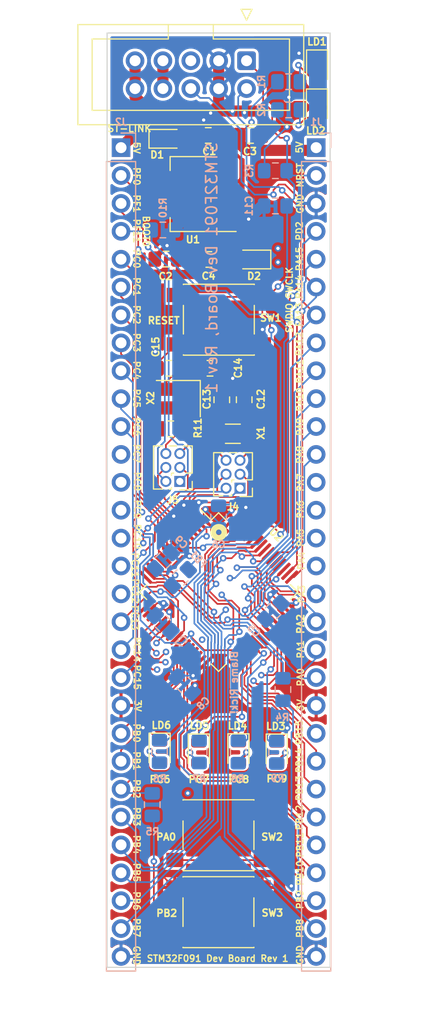
<source format=kicad_pcb>
(kicad_pcb (version 20211014) (generator pcbnew)
  (title_block (title "STM32F091 Dev Board") (date "2020-06-22") (rev "1"))
  (layers (0 "F.Cu" signal) (1 "In1.Cu" signal "Ground.Cu") (2 "In2.Cu" signal "Power.Cu") (31 "B.Cu" signal) (34 "B.Paste" user) (35 "F.Paste" user) (36 "B.SilkS" user "B.Silkscreen") (37 "F.SilkS" user "F.Silkscreen") (38 "B.Mask" user) (39 "F.Mask" user) (44 "Edge.Cuts" user))
  (net 0 "")
  (net 1 "GND")
  (net 2 "+5V")
  (net 3 "Net-(C2-Pad1)")
  (net 4 "/NRST")
  (net 5 "Net-(C12-Pad1)")
  (net 6 "Net-(C13-Pad1)")
  (net 7 "Net-(C14-Pad1)")
  (net 8 "Net-(C15-Pad1)")
  (net 9 "/U5V")
  (net 10 "/PB8")
  (net 11 "/PB9")
  (net 12 "/PB10")
  (net 13 "/PB11")
  (net 14 "/PB12")
  (net 15 "/PB13")
  (net 16 "/PB14")
  (net 17 "/PB15")
  (net 18 "/PA0")
  (net 19 "/PA1")
  (net 20 "/PA2")
  (net 21 "/PA3")
  (net 22 "/PA4")
  (net 23 "/PA5")
  (net 24 "/PA6")
  (net 25 "/PA7")
  (net 26 "/PA8")
  (net 27 "/PA9")
  (net 28 "/PA10")
  (net 29 "/PA11")
  (net 30 "/PA12")
  (net 31 "/PA13")
  (net 32 "/PA14")
  (net 33 "/PA15")
  (net 34 "/PD2")
  (net 35 "/PB7")
  (net 36 "/PB6")
  (net 37 "/PB5")
  (net 38 "/PB4")
  (net 39 "/PB3")
  (net 40 "/PB2")
  (net 41 "/PB1")
  (net 42 "/PB0")
  (net 43 "/XPC15")
  (net 44 "/XPC14")
  (net 45 "/PC13")
  (net 46 "/PC12")
  (net 47 "/PC11")
  (net 48 "/PC10")
  (net 49 "/PC9")
  (net 50 "/PC8")
  (net 51 "/PC7")
  (net 52 "/PC6")
  (net 53 "/PC5")
  (net 54 "/PC4")
  (net 55 "/PC3")
  (net 56 "/PC2")
  (net 57 "/PC1")
  (net 58 "/PC0")
  (net 59 "/BOOT0")
  (net 60 "/XPF1")
  (net 61 "/XPF0")
  (net 62 "/V3.3_IN")
  (net 63 "Net-(J3-Pad5)")
  (net 64 "Net-(R4-Pad2)")
  (net 65 "/PC14")
  (net 66 "/PC15")
  (net 67 "/PF0")
  (net 68 "/PF1")
  (net 69 "Net-(LD1-Pad2)")
  (net 70 "Net-(LD2-Pad2)")
  (net 71 "Net-(LD3-Pad2)")
  (net 72 "Net-(LD4-Pad2)")
  (net 73 "+3V0")
  (net 74 "/3VA")
  (net 75 "Net-(LD5-Pad2)")
  (net 76 "Net-(LD6-Pad2)")
  (net 77 "Net-(J5-Pad6)")
  (net 78 "Net-(R5-Pad2)")
  (footprint "Capacitor_SMD:C_0805_2012Metric_Pad1.15x1.40mm_HandSolder" (layer "F.Cu") (at 113.35882 49.97196 180)
    (fp_text reference "C1")
    (fp_text value "22uF")
  )
  (footprint "Capacitor_SMD:C_0805_2012Metric_Pad1.15x1.40mm_HandSolder" (layer "F.Cu") (at 113.41216 61.26734)
    (fp_text reference "C4")
    (fp_text value ".1uF")
  )
  (footprint "Diode_SMD:D_SOD-323" (layer "F.Cu") (at 109.45876 50.27676)
    (fp_text reference "D1")
    (fp_text value "BAT60JFILM")
  )
  (footprint "LED_SMD:LED_0805_2012Metric" (layer "F.Cu") (at 123.27382 43.87318 -90)
    (fp_text reference "LD1")
    (fp_text value "LED_Red")
  )
  (footprint "Diode_SMD:D_SOD-323" (layer "F.Cu") (at 117.5553 61.26734 180)
    (fp_text reference "D2")
    (fp_text value "BAT60JFILM")
  )
  (footprint "LED_SMD:LED_0805_2012Metric" (layer "F.Cu") (at 123.25858 47.42712 -90)
    (fp_text reference "LD2")
    (fp_text value "LED_Green")
  )
  (footprint "Connector_IDC:IDC-Header_2x05_P2.54mm_Vertical" (layer "F.Cu") (at 116.84762 43.16476 -90)
    (fp_text reference "J3" hide)
    (fp_text value "Conn_02x05_Odd_Even")
  )
  (footprint "Package_TO_SOT_SMD:SOT-223-3_TabPin2" (layer "F.Cu") (at 111.79262 55.3098 180)
    (fp_text reference "U1")
    (fp_text value "LD1117S33TR_SOT223")
  )
  (footprint "Package_QFP:LQFP-64_10x10mm_P0.5mm" (layer "F.Cu") (at 114.3 91.558159 -45)
    (fp_text reference "U2")
    (fp_text value "STM32F091RCTx")
  )
  (footprint "Capacitor_SMD:C_0805_2012Metric_Pad1.15x1.40mm_HandSolder" (layer "F.Cu") (at 114.5921 74.0447 90)
    (fp_text reference "C13")
    (fp_text value "12pF")
  )
  (footprint "Capacitor_SMD:C_0805_2012Metric_Pad1.15x1.40mm_HandSolder" (layer "F.Cu") (at 116.63172 74.03962 90)
    (fp_text reference "C12")
    (fp_text value "12pF")
  )
  (footprint "Capacitor_SMD:C_0805_2012Metric_Pad1.15x1.40mm_HandSolder" (layer "F.Cu") (at 113.51884 71.17588)
    (fp_text reference "C14")
    (fp_text value "20pF")
  )
  (footprint "Capacitor_SMD:C_0805_2012Metric_Pad1.15x1.40mm_HandSolder" (layer "F.Cu") (at 109.75986 71.17588 180)
    (fp_text reference "C15")
    (fp_text value "20pF")
  )
  (footprint "Resistor_SMD:R_0805_2012Metric_Pad1.15x1.40mm_HandSolder" (layer "F.Cu") (at 109.93744 76.68768 180)
    (fp_text reference "R11")
    (fp_text value "390")
  )
  (footprint "Capacitor_SMD:C_0805_2012Metric_Pad1.15x1.40mm_HandSolder" (layer "F.Cu") (at 109.51094 61.23178 180)
    (fp_text reference "C2")
    (fp_text value "22uF")
  )
  (footprint "Capacitor_SMD:C_0805_2012Metric_Pad1.15x1.40mm_HandSolder" (layer "F.Cu") (at 117.20946 49.97196)
    (fp_text reference "C3")
    (fp_text value ".1uF")
  )
  (footprint "LED_SMD:LED_0805_2012Metric" (layer "F.Cu") (at 116.10848 106.15144 -90)
    (fp_text reference "LD4")
    (fp_text value "LED_Green")
  )
  (footprint "LED_SMD:LED_0805_2012Metric" (layer "F.Cu") (at 112.4966 106.16716 -90)
    (fp_text reference "LD5")
    (fp_text value "LED_Yellow")
  )
  (footprint "LED_SMD:LED_0805_2012Metric" (layer "F.Cu") (at 108.9279 106.09096 -90)
    (fp_text reference "LD6")
    (fp_text value "LED_Red")
  )
  (footprint "LED_SMD:LED_0805_2012Metric" (layer "F.Cu") (at 119.59844 106.1743 -90)
    (fp_text reference "LD3")
    (fp_text value "LED_Blue")
  )
  (footprint "Connector_PinHeader_1.27mm:PinHeader_2x03_P1.27mm_Vertical" (layer "F.Cu") (at 116.25072 82.09534 180)
    (fp_text reference "J4")
    (fp_text value "Conn_02x03_Odd_Even")
  )
  (footprint "Connector_PinHeader_1.27mm:PinHeader_2x03_P1.27mm_Vertical" (layer "F.Cu") (at 110.76686 81.48066 180)
    (fp_text reference "J5")
    (fp_text value "Conn_02x03_Odd_Even")
  )
  (footprint "Button_Switch_SMD:SW_SPST_PTS645" (layer "F.Cu") (at 114.2873 120.70842)
    (fp_text reference "SW3")
    (fp_text value "SW_Push")
  )
  (footprint "Button_Switch_SMD:SW_SPST_PTS645" (layer "F.Cu") (at 114.28994 113.70354)
    (fp_text reference "SW2")
    (fp_text value "SW_Push")
  )
  (footprint "Crystal:Crystal_SMD_3225-4Pin_3.2x2.5mm" (layer "F.Cu") (at 110.63242 73.9385 180)
    (fp_text reference "X2")
    (fp_text value "8MHz(20pF)")
  )
  (footprint "local_models:ECX-.327-CDX-1293" (layer "F.Cu") (at 115.60016 77.1398)
    (fp_text reference "X1")
    (fp_text value "32.768kHz(12.5pF)")
  )
  (footprint "Button_Switch_SMD:SW_SPST_PTS645" (layer "F.Cu") (at 114.3227 66.75216 180)
    (fp_text reference "SW1")
    (fp_text value "SW_Push")
  )
  (footprint "Capacitor_SMD:C_0805_2012Metric_Pad1.15x1.40mm_HandSolder" (layer "B.Cu") (at 119.47514 56.39308 180)
    (fp_text reference "C11")
    (fp_text value ".1uF")
  )
  (footprint "local_models:HTSW-130-22-T-S" (layer "B.Cu") (at 123.19 51.08194 180)
    (fp_text reference "J1")
    (fp_text value "Conn_01x30_Male")
  )
  (footprint "Resistor_SMD:R_0805_2012Metric_Pad1.15x1.40mm_HandSolder" (layer "B.Cu") (at 120.68418 45.07738)
    (fp_text reference "R1")
    (fp_text value "5.1k")
  )
  (footprint "Resistor_SMD:R_0805_2012Metric_Pad1.15x1.40mm_HandSolder" (layer "B.Cu") (at 109.22116 58.58002)
    (fp_text reference "R10")
    (fp_text value "100K")
  )
  (footprint "local_models:HTSW-130-22-T-S" (layer "B.Cu") (at 105.41 51.08194 180)
    (fp_text reference "J2")
    (fp_text value "Conn_01x30_Male")
  )
  (footprint "Resistor_SMD:R_0805_2012Metric_Pad1.15x1.40mm_HandSolder" (layer "B.Cu") (at 120.68418 47.64532)
    (fp_text reference "R2")
    (fp_text value "1k")
  )
  (footprint "Capacitor_SMD:C_0805_2012Metric_Pad1.15x1.40mm_HandSolder" (layer "B.Cu") (at 119.272436 93.300164 -135)
    (fp_text reference "C5")
    (fp_text value ".1uF")
  )
  (footprint "Capacitor_SMD:C_0805_2012Metric_Pad1.15x1.40mm_HandSolder" (layer "B.Cu") (at 114.29746 84.72308 90)
    (fp_text reference "C6")
    (fp_text value ".1uF")
  )
  (footprint "Capacitor_SMD:C_0805_2012Metric_Pad1.15x1.40mm_HandSolder" (layer "B.Cu") (at 109.236896 94.428696 135)
    (fp_text reference "C7")
    (fp_text value ".1uF")
  )
  (footprint "Inductor_SMD:L_0805_2012Metric_Pad1.15x1.40mm_HandSolder" (layer "B.Cu") (at 110.814236 90.234384 45)
    (fp_text reference "FB1")
    (fp_text value "Ferrite Bead")
  )
  (footprint "Capacitor_SMD:C_0805_2012Metric_Pad1.15x1.40mm_HandSolder" (layer "B.Cu") (at 109.259756 88.687524 45)
    (fp_text reference "C9")
    (fp_text value ".1uF")
  )
  (footprint "Resistor_SMD:R_0805_2012Metric_Pad1.15x1.40mm_HandSolder" (layer "B.Cu") (at 119.47514 53.18506)
    (fp_text reference "R3")
    (fp_text value "100K")
  )
  (footprint "Capacitor_SMD:C_0805_2012Metric_Pad1.15x1.40mm_HandSolder" (layer "B.Cu") (at 111.207936 100.009076 135)
    (fp_text reference "C8")
    (fp_text value ".1uF")
  )
  (footprint "Resistor_SMD:R_0805_2012Metric_Pad1.15x1.40mm_HandSolder" (layer "B.Cu") (at 120.16232 100.43298 -90)
    (fp_text reference "R4")
    (fp_text value "1k")
  )
  (footprint "Resistor_SMD:R_0805_2012Metric_Pad1.15x1.40mm_HandSolder" (layer "B.Cu") (at 108.91266 106.07156 90)
    (fp_text reference "R6")
    (fp_text value "3k")
  )
  (footprint "Resistor_SMD:R_0805_2012Metric_Pad1.15x1.40mm_HandSolder" (layer "B.Cu") (at 112.52962 106.0995 90)
    (fp_text reference "R7")
    (fp_text value "2k")
  )
  (footprint "Resistor_SMD:R_0805_2012Metric_Pad1.15x1.40mm_HandSolder" (layer "B.Cu") (at 119.58828 106.14522 90)
    (fp_text reference "R9")
    (fp_text value "510")
  )
  (footprint "Resistor_SMD:R_0805_2012Metric_Pad1.15x1.40mm_HandSolder" (layer "B.Cu") (at 116.09324 106.11496 90)
    (fp_text reference "R8")
    (fp_text value "1k")
  )
  (footprint "Resistor_SMD:R_0805_2012Metric_Pad1.15x1.40mm_HandSolder" (layer "B.Cu") (at 108.25226 110.91534 -90)
    (fp_text reference "R5")
    (fp_text value "1k")
  )
  (gr_circle (center 114.31508 86.11204) (end 114.566745 86.11204) (layer "F.SilkS") (width 0.508) (fill none))
  (gr_line (start 104.14 125.73) (end 104.14 40.64) (layer "Edge.Cuts") (width 0.1))
  (gr_line (start 124.46 40.64) (end 124.46 125.73) (layer "Edge.Cuts") (width 0.1))
  (gr_line (start 104.14 40.64) (end 124.46 40.64) (layer "Edge.Cuts") (width 0.1))
  (gr_line (start 124.46 125.73) (end 104.14 125.73) (layer "Edge.Cuts") (width 0.1))
  (gr_text "Blame Rick!" (at 115.71716 99.78994 90) (layer "B.SilkS") (effects (font (size 0.635 0.635)) (justify mirror)))
  (gr_text "STM32F091 Dev Board, Rev 1" (at 113.66992 62.02268 90) (layer "B.SilkS") (effects (font (size 1.016 1.016)) (justify mirror)))
  (gr_text "PA13" (at 121.666 66.294 90) (layer "F.SilkS") (effects (font (size 0.5842 0.5842) (thickness 0.127))))
  (gr_text "RESET" (at 109.29366 66.82994) (layer "F.SilkS") (effects (font (size 0.635 0.635))))
  (gr_text "PA0" (at 109.51718 113.85804) (layer "F.SilkS") (effects (font (size 0.635 0.635))))
  (gr_text "5V" (at 121.666 51.054 90) (layer "F.SilkS") (effects (font (size 0.5842 0.5842) (thickness 0.127))))
  (gr_text "PA9" (at 121.7168 76.5048 90) (layer "F.SilkS") (effects (font (size 0.5842 0.5842) (thickness 0.127))))
  (gr_text "PA5" (at 121.7676 86.614 90) (layer "F.SilkS") (effects (font (size 0.5842 0.5842) (thickness 0.127))))
  (gr_text "3V" (at 121.7676 101.854 90) (layer "F.SilkS") (effects (font (size 0.5842 0.5842) (thickness 0.127))))
  (gr_text "PB15" (at 121.666 104.3432 90) (layer "F.SilkS") (effects (font (size 0.5842 0.5842) (thickness 0.127))))
  (gr_text "PB8" (at 121.7168 122.174 90) (layer "F.SilkS") (effects (font (size 0.5842 0.5842) (thickness 0.127))))
  (gr_text "PB12" (at 121.666 112.0902 90) (layer "F.SilkS") (effects (font (size 0.5842 0.5842) (thickness 0.127))))
  (gr_text "PB11" (at 121.7168 114.5794 90) (layer "F.SilkS") (effects (font (size 0.5842 0.5842) (thickness 0.127))))
  (gr_text "PB14" (at 121.666 106.8832 90) (layer "F.SilkS") (effects (font (size 0.5842 0.5842) (thickness 0.127))))
  (gr_text "PB13" (at 121.666 109.4232 90) (layer "F.SilkS") (effects (font (size 0.5842 0.5842) (thickness 0.127))))
  (gr_text "PB10" (at 121.7168 117.1448 90) (layer "F.SilkS") (effects (font (size 0.5842 0.5842) (thickness 0.127))))
  (gr_text "GND" (at 121.7168 124.6124 90) (layer "F.SilkS") (effects (font (size 0.5842 0.5842) (thickness 0.127))))
  (gr_text "PC4" (at 106.8324 71.374 270) (layer "F.SilkS") (effects (font (size 0.5842 0.5842) (thickness 0.127))))
  (gr_text "PC0" (at 106.8324 61.214 270) (layer "F.SilkS") (effects (font (size 0.5842 0.5842) (thickness 0.127))))
  (gr_text "PC15" (at 106.87304 99.32416 270) (layer "F.SilkS") (effects (font (size 0.5842 0.5842) (thickness 0.127))))
  (gr_text "PC8" (at 106.8832 81.4832 270) (layer "F.SilkS") (effects (font (size 0.5842 0.5842) (thickness 0.127))))
  (gr_text "PC7" (at 106.8324 78.9432 270) (layer "F.SilkS") (effects (font (size 0.5842 0.5842) (thickness 0.127))))
  (gr_text "PC12" (at 106.71048 91.47302 270) (layer "F.SilkS") (effects (font (size 0.5842 0.5842) (thickness 0.127))))
  (gr_text "PC2" (at 106.8324 66.294 270) (layer "F.SilkS") (effects (font (size 0.5842 0.5842) (thickness 0.127))))
  (gr_text "PC9" (at 106.8832 84.0232 270) (layer "F.SilkS") (effects (font (size 0.5842 0.5842) (thickness 0.127))))
  (gr_text "PC11" (at 106.69016 89.11082 270) (layer "F.SilkS") (effects (font (size 0.5842 0.5842) (thickness 0.127))))
  (gr_text "PC3" (at 106.8324 68.834 270) (layer "F.SilkS") (effects (font (size 0.5842 0.5842) (thickness 0.127))))
  (gr_text "PC14" (at 106.87304 96.78416 270) (layer "F.SilkS") (effects (font (size 0.5842 0.5842) (thickness 0.127))))
  (gr_text "PC13" (at 106.66984 93.90126 270) (layer "F.SilkS") (effects (font (size 0.5842 0.5842) (thickness 0.127))))
  (gr_text "PC5" (at 106.8324 73.914 270) (layer "F.SilkS") (effects (font (size 0.5842 0.5842) (thickness 0.127))))
  (gr_text "PC1" (at 106.8324 63.754 270) (layer "F.SilkS") (effects (font (size 0.5842 0.5842) (thickness 0.127))))
  (gr_text "PC6" (at 106.8324 76.5048 270) (layer "F.SilkS") (effects (font (size 0.5842 0.5842) (thickness 0.127))))
  (gr_text "PC10" (at 106.8832 86.5124 270) (layer "F.SilkS") (effects (font (size 0.5842 0.5842) (thickness 0.127))))
  (gr_text "3V" (at 106.934 101.9048 270) (layer "F.SilkS") (effects (font (size 0.5842 0.5842) (thickness 0.127))))
  (gr_text "PB7" (at 106.8324 122.1232 270) (layer "F.SilkS") (effects (font (size 0.5842 0.5842) (thickness 0.127))))
  (gr_text "PB3" (at 106.8324 112.014 270) (layer "F.SilkS") (effects (font (size 0.5842 0.5842) (thickness 0.127))))
  (gr_text "PB5" (at 106.8324 117.094 270) (layer "F.SilkS") (effects (font (size 0.5842 0.5842) (thickness 0.127))))
  (gr_text "PB1" (at 106.8324 106.934 270) (layer "F.SilkS") (effects (font (size 0.5842 0.5842) (thickness 0.127))))
  (gr_text "PB4" (at 106.8324 114.554 270) (layer "F.SilkS") (effects (font (size 0.5842 0.5842) (thickness 0.127))))
  (gr_text "PB6" (at 106.8324 119.6848 270) (layer "F.SilkS") (effects (font (size 0.5842 0.5842) (thickness 0.127))))
  (gr_text "PB2" (at 106.8324 109.474 270) (layer "F.SilkS") (effects (font (size 0.5842 0.5842) (thickness 0.127))))
  (gr_text "PB0" (at 106.8324 104.394 270) (layer "F.SilkS") (effects (font (size 0.5842 0.5842) (thickness 0.127))))
  (gr_text "GND" (at 106.8324 124.6632 270) (layer "F.SilkS") (effects (font (size 0.5842 0.5842) (thickness 0.127))))
  (gr_text "BOOT0" (at 107.69854 58.6994 270) (layer "F.SilkS") (effects (font (size 0.5842 0.5842) (thickness 0.127))))
  (gr_text "PF11" (at 106.8324 58.674 270) (layer "F.SilkS") (effects (font (size 0.5842 0.5842) (thickness 0.127))))
  (gr_text "SWDIO" (at 120.7516 66.5988 90) (layer "F.SilkS") (effects (font (size 0.5842 0.5842) (thickness 0.127))))
  (gr_text "SWCLK" (at 120.7516 63.3984 90) (layer "F.SilkS") (effects (font (size 0.5842 0.5842) (thickness 0.127))))
  (gr_text "STM32F091 Dev Board Rev 1" (at 114.21364 124.9299) (layer "F.SilkS") (effects (font (size 0.5842 0.5842) (thickness 0.127))))
  (gr_text "PC9" (at 119.61114 108.55452) (layer "F.SilkS") (effects (font (size 0.635 0.635))))
  (gr_text "PC8" (at 116.13896 108.61802) (layer "F.SilkS") (effects (font (size 0.635 0.635))))
  (gr_text "PC6" (at 108.96346 108.61802) (layer "F.SilkS") (effects (font (size 0.635 0.635))))
  (gr_text "PC7" (at 112.5093 108.61802) (layer "F.SilkS") (effects (font (size 0.635 0.635))))
  (gr_text "PB2" (at 109.5756 120.8024) (layer "F.SilkS") (effects (font (size 0.635 0.635))))
  (gr_text "PB9" (at 121.7168 119.56034 90) (layer "F.SilkS") (effects (font (size 0.5842 0.5842) (thickness 0.127))))
  (gr_text "PF1" (at 106.8324 56.1848 270) (layer "F.SilkS") (effects (font (size 0.5842 0.5842) (thickness 0.127))))
  (gr_text "PA6" (at 121.7676 84.0232 90) (layer "F.SilkS") (effects (font (size 0.5842 0.5842) (thickness 0.127))))
  (gr_text "PA2" (at 121.77268 94.4626 90) (layer "F.SilkS") (effects (font (size 0.635 0.635))))
  (gr_text "NRST" (at 121.7295 53.594 90) (layer "F.SilkS") (effects (font (size 0.5842 0.5842) (thickness 0.127))))
  (gr_text "PA3" (at 121.86412 91.7448 90) (layer "F.SilkS") (effects (font (size 0.5842 0.5842) (thickness 0.127))))
  (gr_text "GND" (at 121.7295 56.1975 90) (layer "F.SilkS") (effects (font (size 0.5842 0.5842) (thickness 0.127))))
  (gr_text "PA11" (at 121.7168 71.4502 90) (layer "F.SilkS") (effects (font (size 0.5842 0.5842) (thickness 0.127))))
  (gr_text "5V" (at 106.8324 51.1048 270) (layer "F.SilkS") (effects (font (size 0.5842 0.5842) (thickness 0.127))))
  (gr_text "ST-LINK" (at 106.17762 49.33476) (layer "F.SilkS") (effects (font (size 0.635 0.635) (thickness 0.127))))
  (gr_text "PA0" (at 121.7676 99.314 90) (layer "F.SilkS") (effects (font (size 0.5842 0.5842) (thickness 0.127))))
  (gr_text "PA10" (at 121.7168 74.0156 90) (layer "F.SilkS") (effects (font (size 0.5842 0.5842) (thickness 0.127))))
  (gr_text "PF0" (at 106.8324 53.6956 270) (layer "F.SilkS") (effects (font (size 0.5842 0.5842) (thickness 0.127))))
  (gr_text "PA12" (at 121.666 68.961 90) (layer "F.SilkS") (effects (font (size 0.5842 0.5842) (thickness 0.127))))
  (gr_text "PD2" (at 121.666 58.674 90) (layer "F.SilkS") (effects (font (size 0.5842 0.5842) (thickness 0.127))))
  (gr_text "PA15" (at 121.666 61.214 90) (layer "F.SilkS") (effects (font (size 0.5842 0.5842) (thickness 0.127))))
  (gr_text "PA14" (at 121.666 63.754 90) (layer "F.SilkS") (effects (font (size 0.5842 0.5842) (thickness 0.127))))
  (gr_text "PA7" (at 121.7676 81.5848 90) (layer "F.SilkS") (effects (font (size 0.5842 0.5842) (thickness 0.127))))
  (gr_text "PA4" (at 121.83872 88.70442 90) (layer "F.SilkS") (effects (font (size 0.5842 0.5842) (thickness 0.127))))
  (gr_text "PA8" (at 121.7168 79.0448 90) (layer "F.SilkS") (effects (font (size 0.5842 0.5842) (thickness 0.127))))
  (gr_text "PA1" (at 121.7676 96.774 90) (layer "F.SilkS") (effects (font (size 0.5842 0.5842) (thickness 0.127))))
  (segment (start 110.3251 69.09816) (end 112.46612 69.09816) (width 0.1524) (layer "F.Cu") (net 1))
  (segment (start 118.341421 49.864999) (end 118.341421 48.251127) (width 1.016) (layer "F.Cu") (net 1))
  (segment (start 122.07954 42.93568) (end 121.6279 42.48404) (width 0.1524) (layer "F.Cu") (net 1))
  (segment (start 113.149391 71.995329) (end 113.149391 77.195669) (width 0.1524) (layer "F.Cu") (net 1))
  (segment (start 108.10494 82.53646) (end 108.10494 71.8058) (width 0.1524) (layer "F.Cu") (net 1))
  (segment (start 123.27382 42.93568) (end 122.07954 42.93568) (width 0.1524) (layer "F.Cu") (net 1))
  (segment (start 117.01774 57.6098) (end 117.03558 57.59196) (width 1.016) (layer "F.Cu") (net 1))
  (segment (start 111.134975 83.090119) (end 111.134975 83.640292) (width 0.1524) (layer "F.Cu") (net 1))
  (segment (start 116.869722 83.39582) (end 112.496997 83.39582) (width 0.1524) (layer "F.Cu") (net 1))
  (segment (start 113.149391 77.195669) (end 112.17402 78.17104) (width 0.1524) (layer "F.Cu") (net 1))
  (segment (start 114.43716 58.11526) (end 114.94262 57.6098) (width 1.016) (layer "F.Cu") (net 1))
  (segment (start 112.087201 98.367152) (end 112.087201 99.057919) (width 0.1524) (layer "F.Cu") (net 1))
  (segment (start 118.28516 67.65046) (end 118.29288 67.64274) (width 0.1524) (layer "F.Cu") (net 1))
  (segment (start 108.73486 71.17588) (end 108.73486 69.86016) (width 0.1524) (layer "F.Cu") (net 1))
  (segment (start 116.63172 73.01462) (end 116.50704 73.01462) (width 0.1524) (layer "F.Cu") (net 1))
  (segment (start 114.43716 61.26734) (end 114.43716 58.11526) (width 1.016) (layer "F.Cu") (net 1))
  (segment (start 114.5921 73.0197) (end 114.65836 73.0197) (width 0.1524) (layer "F.Cu") (net 1))
  (segment (start 112.93983 48.56607) (end 113.57483 47.93107) (width 1.016) (layer "F.Cu") (net 1))
  (segment (start 108.73486 69.86016) (end 108.53166 69.65696) (width 0.1524) (layer "F.Cu") (net 1))
  (segment (start 109.970988 89.280829) (end 110.972274 88.279543) (width 0.1524) (layer "F.Cu") (net 1))
  (segment (start 112.33382 49.17208) (end 112.93983 48.56607) (width 1.016) (layer "F.Cu") (net 1))
  (segment (start 113.57483 47.93107) (end 114.30762 47.19828) (width 1.016) (layer "F.Cu") (net 1))
  (segment (start 114.54384 71.17588) (end 113.96884 71.17588) (width 0.1524) (layer "F.Cu") (net 1))
  (segment (start 115.559559 47.751719) (end 114.861059 47.751719) (width 1.016) (layer "F.Cu") (net 1))
  (segment (start 109.049732 88.782765) (end 109.547796 89.280829) (width 0.1524) (layer "F.Cu") (net 1))
  (segment (start 113.6142 81.8769) (end 113.377253 82.113847) (width 0.1524) (layer "F.Cu") (net 1))
  (segment (start 114.30762 47.19828) (end 114.30762 45.70476) (width 1.016) (layer "F.Cu") (net 1))
  (segment (start 108.73486 71.17588) (end 108.73486 70.6884) (width 0.1524) (layer "F.Cu") (net 1))
  (segment (start 116.781859 83.848219) (end 116.781859 84.480106) (width 0.1524) (layer "F.Cu") (net 1))
  (segment (start 114.65836 73.0197) (end 115.58524 72.09282) (width 0.1524) (layer "F.Cu") (net 1))
  (segment (start 111.974087 82.251007) (end 111.134975 83.090119) (width 0.1524) (layer "F.Cu") (net 1))
  (segment (start 112.4966 105.22966) (end 112.4966 103.909891) (width 0.1524) (layer "F.Cu") (net 1))
  (segment (start 117.578761 73.961661) (end 117.578761 82.686781) (width 0.1524) (layer "F.Cu") (net 1))
  (segment (start 114.5921 73.0197) (end 113.6142 73.9976) (width 0.1524) (layer "F.Cu") (net 1))
  (segment (start 118.341421 48.251127) (end 117.842013 47.751719) (width 1.016) (layer "F.Cu") (net 1))
  (segment (start 113.96884 71.17588) (end 113.149391 71.995329) (width 0.1524) (layer "F.Cu") (net 1))
  (segment (start 112.585266 97.869087) (end 112.087201 98.367152) (width 0.1524) (layer "F.Cu") (net 1))
  (segment (start 114.6683 71.17588) (end 115.58524 72.09282) (width 0.1524) (layer "F.Cu") (net 1))
  (segment (start 116.10848 105.21394) (end 116.10848 104.0384) (width 0.1524) (layer "F.Cu") (net 1))
  (segment (start 108.9279 105.15346) (end 107.68076 103.90632) (width 0.1524) (layer "F.Cu") (net 1))
  (segment (start 112.111247 82.113847) (end 111.974087 82.251007) (width 0.1524) (layer "F.Cu") (net 1))
  (segment (start 120.610928 93.272893) (end 119.123296 91.785261) (width 0.1524) (layer "F.Cu") (net 1))
  (segment (start 108.9279 105.15346) (end 108.9279 105.12552) (width 0.1524) (layer "F.Cu") (net 1))
  (segment (start 120.71096 46.48962) (end 120.70588 46.4947) (width 0.1524) (layer "F.Cu") (net 1))
  (segment (start 114.94262 57.6098) (end 117.01774 57.6098) (width 1.016) (layer "F.Cu") (net 1))
  (segment (start 112.33382 49.97196) (end 112.33382 49.17208) (width 1.016) (layer "F.Cu") (net 1))
  (segment (start 112.17402 82.051074) (end 111.974087 82.251007) (width 0.1524) (layer "F.Cu") (net 1))
  (segment (start 108.48594 61.11748) (end 109.601 60.00242) (width 0.508) (layer "F.Cu") (net 1))
  (segment (start 119.123296 91.785261) (end 119.02847 91.785261) (width 0.1524) (layer "F.Cu") (net 1))
  (segment (start 118.23446 49.97196) (end 118.341421 49.864999) (width 1.016) (layer "F.Cu") (net 1))
  (segment (start 118.28516 69.17392) (end 118.28516 69.3929) (width 0.1524) (layer "F.Cu") (net 1))
  (segment (start 108.695769 92.566196) (end 109.278641 92.566196) (width 0.1524) (layer "F.Cu") (net 1))
  (segment (start 113.6142 73.9976) (end 113.6142 81.8769) (width 0.1524) (layer "F.Cu") (net 1))
  (segment (start 113.377253 82.113847) (end 112.111247 82.113847) (width 0.1524) (layer "F.Cu") (net 1))
  (segment (start 116.10848 105.21394) (end 116.12928 105.21394) (width 0.1524) (layer "F.Cu") (net 1))
  (segment (start 112.17402 78.17104) (end 112.17402 82.051074) (width 0.1524) (layer "F.Cu") (net 1))
  (segment (start 116.781859 84.480106) (end 116.014734 85.247231) (width 0.1524) (layer "F.Cu") (net 1))
  (segment (start 112.4966 103.909891) (end 112.290322 103.703613) (width 0.1524) (layer "F.Cu") (net 1))
  (segment (start 109.547796 89.280829) (end 109.970988 89.280829) (width 0.1524) (layer "F.Cu") (net 1))
  (segment (start 107.68076 103.90632) (end 107.40898 103.90632) (width 0.1524) (layer "F.Cu") (net 1))
  (segment (start 112.46612 69.09816) (end 114.54384 71.17588) (width 0.1524) (layer "F.Cu") (net 1))
  (segment (start 114.54384 71.17588) (end 114.13744 71.17588) (width 0.1524) (layer "F.Cu") (net 1))
  (segment (start 112.087201 99.057919) (end 111.97844 99.16668) (width 0.1524) (layer "F.Cu") (net 1))
  (segment (start 116.10848 104.0384) (end 116.13896 104.00792) (width 0.1524) (layer "F.Cu") (net 1))
  (segment (start 117.578761 82.686781) (end 116.869722 83.39582) (width 0.1524) (layer "F.Cu") (net 1))
  (segment (start 116.50704 73.01462) (end 115.58524 72.09282) (width 0.1524) (layer "F.Cu") (net 1))
  (segment (start 108.10494 71.8058) (end 108.73486 71.17588) (width 0.1524) (layer "F.Cu") (net 1))
  (segment (start 118.23446 49.77384) (end 118.23446 49.97196) (width 1.016) (layer "F.Cu") (net 1))
  (segment (start 114.861059 47.751719) (end 114.30762 47.19828) (width 1.016) (layer "F.Cu") (net 1))
  (segment (start 123.25858 46.48962) (end 120.71096 46.48962) (width 0.1524) (layer "F.Cu") (net 1))
  (segment (start 118.28516 69.17392) (end 118.28516 67.65046) (width 0.1524) (layer "F.Cu") (net 1))
  (segment (start 117.842013 47.751719) (end 115.559559 47.751719) (width 1.016) (layer "F.Cu") (net 1))
  (segment (start 114.54384 71.17588) (end 114.6683 71.17588) (width 0.1524) (layer "F.Cu") (net 1))
  (segment (start 119.59844 105.2368) (end 120.556594 104.278646) (width 0.1524) (layer "F.Cu") (net 1))
  (segment (start 107.989072 93.272893) (end 108.695769 92.566196) (width 0.1524) (layer "F.Cu") (net 1))
  (segment (start 110.972274 88.279543) (end 111.646735 88.279543) (width 0.1524) (layer "F.Cu") (net 1))
  (segment (start 108.73486 71.17588) (end 108.46816 71.44258) (width 0.1524) (layer "F.Cu") (net 1))
  (segment (start 114.30762 45.70476) (end 114.30762 43.16476) (width 1.016) (layer "F.Cu") (net 1))
  (segment (start 108.73486 70.6884) (end 110.3251 69.09816) (width 0.1524) (layer "F.Cu") (net 1))
  (segment (start 108.48594 61.23178) (end 108.48594 61.11748) (width 0.508) (layer "F.Cu") (net 1))
  (segment (start 120.556594 104.278646) (end 120.556594 103.93917) (width 0.1524) (layer "F.Cu") (net 1))
  (segment (start 116.63172 73.01462) (end 117.578761 73.961661) (width 0.1524) (layer "F.Cu") (net 1))
  (segment (start 110.212261 84.643781) (end 108.10494 82.53646) (width 0.1524) (layer "F.Cu") (net 1))
  (via (at 110.212261 84.643781) (size 0.6) (drill 0.3) (layers "F.Cu" "B.Cu") (net 1))
  (via (at 112.496997 83.39582) (size 0.6) (drill 0.3) (layers "F.Cu" "B.Cu") (net 1))
  (via (at 109.278641 92.566196) (size 0.6) (drill 0.3) (layers "F.Cu" "B.Cu") (net 1))
  (via (at 111.134975 83.640292) (size 0.6) (drill 0.3) (layers "F.Cu" "B.Cu") (net 1))
  (via (at 117.03558 57.59196) (size 0.6) (drill 0.3) (layers "F.Cu" "B.Cu") (net 1))
  (via (at 118.29288 67.64274) (size 0.6) (drill 0.3) (layers "F.Cu" "B.Cu") (net 1))
  (via (at 109.601 60.00242) (size 0.6) (drill 0.3) (layers "F.Cu" "B.Cu") (net 1))
  (via (at 111.97844 99.16668) (size 0.6) (drill 0.3) (layers "F.Cu" "B.Cu") (net 1))
  (via (at 112.290322 103.703613) (size 0.6) (drill 0.3) (layers "F.Cu" "B.Cu") (net 1))
  (via (at 120.70588 46.4947) (size 0.6) (drill 0.3) (layers "F.Cu" "B.Cu") (net 1))
  (via (at 120.9294 118.31828) (size 0.6) (drill 0.3) (layers "F.Cu" "B.Cu") (net 1))
  (via (at 116.65966 47.89424) (size 0.6) (drill 0.3) (layers "F.Cu" "B.Cu") (net 1))
  (via (at 115.58524 72.09282) (size 0.6) (drill 0.3) (layers "F.Cu" "B.Cu") (net 1))
  (via (at 107.40898 103.90632) (size 0.6) (drill 0.3) (layers "F.Cu" "B.Cu") (net 1))
  (via (at 115.559559 47.751719) (size 0.6) (drill 0.3) (layers "F.Cu" "B.Cu") (net 1))
  (via (at 113.57483 47.93107) (size 0.6) (drill 0.3) (layers "F.Cu" "B.Cu") (net 1))
  (via (at 120.556594 103.93917) (size 0.6) (drill 0.3) (layers "F.Cu" "B.Cu") (net 1))
  (via (at 108.53166 69.65696) (size 0.6) (drill 0.3) (layers "F.Cu" "B.Cu") (net 1))
  (via (at 111.646735 88.279543) (size 0.6) (drill 0.3) (layers "F.Cu" "B.Cu") (net 1))
  (via (at 119.02847 91.785261) (size 0.6) (drill 0.3) (layers "F.Cu" "B.Cu") (net 1))
  (via (at 121.6279 42.48404) (size 0.6) (drill 0.3) (layers "F.Cu" "B.Cu") (net 1))
  (via (at 116.13896 104.00792) (size 0.6) (drill 0.3) (layers "F.Cu" "B.Cu") (net 1))
  (via (at 116.781859 83.848219) (size 0.6) (drill 0.3) (layers "F.Cu" "B.Cu") (net 1))
  (via (at 112.93983 48.56607) (size 0.6) (drill 0.3) (layers "F.Cu" "B.Cu") (net 1))
  (segment (start 110.15218 88.13038) (end 109.98454 87.96274) (width 0.1524) (layer "B.Cu") (net 1))
  (segment (start 110.212261 84.643781) (end 111.134975 83.721067) (width 0.1524) (layer "B.Cu") (net 1))
  (segment (start 114.298344 83.591676) (end 116.525316 83.591676) (width 0.1524) (layer "B.Cu") (net 1))
  (segment (start 111.134975 83.721067) (end 111.134975 83.640292) (width 0.1524) (layer "B.Cu") (net 1))
  (segment (start 115.458239 103.799639) (end 115.458239 97.025461) (width 0.1524) (layer "B.Cu") (net 1))
  (segment (start 109.98454 84.871502) (end 110.212261 84.643781) (width 0.1524) (layer "B.Cu") (net 1))
  (segment (start 117.03558 57.59196) (end 111.12522 57.59196) (width 1.016) (layer "B.Cu") (net 1))
  (segment (start 115.66652 104.00792) (end 115.458239 103.799639) (width 0.1524) (layer "B.Cu") (net 1))
  (segment (start 111.97844 99.16668) (end 110.600764 99.16668) (width 0.1524) (layer "B.Cu") (net 1))
  (segment (start 109.278641 92.937383) (end 109.278641 92.566196) (width 0.1524) (layer "B.Cu") (net 1))
  (segment (start 122.65763 56.69431) (end 123.19 56.16194) (width 0.1524) (layer "B.Cu") (net 1))
  (segment (start 112.496997 83.39582) (end 112.522 83.39582) (width 0.1524) (layer "B.Cu") (net 1))
  (segment (start 116.525316 83.591676) (end 116.781859 83.848219) (width 0.1524) (layer "B.Cu") (net 1))
  (segment (start 109.98454 87.96274) (end 109.98454 84.871502) (width 0.1524) (layer "B.Cu") (net 1))
  (segment (start 118.5492 56.38038) (end 118.24716 56.38038) (width 1.016) (layer "B.Cu") (net 1))
  (segment (start 110.24616 58.47102) (end 111.12522 57.59196) (width 1.016) (layer "B.Cu") (net 1))
  (segment (start 118.547652 94.024948) (end 118.954238 93.618362) (width 0.1524) (layer "B.Cu") (net 1))
  (segment (start 109.601 60.00242) (end 109.601 59.22518) (width 1.016) (layer "B.Cu") (net 1))
  (segment (start 109.601 59.22518) (end 110.24616 58.58002) (width 1.016) (layer "B.Cu") (net 1))
  (segment (start 118.954238 91.859493) (end 119.02847 91.785261) (width 0.1524) (layer "B.Cu") (net 1))
  (segment (start 118.24716 56.38038) (end 117.03558 57.59196) (width 1.016) (layer "B.Cu") (net 1))
  (segment (start 118.954238 93.618362) (end 118.954238 91.859493) (width 0.1524) (layer "B.Cu") (net 1))
  (segment (start 111.329932 87.96274) (end 111.646735 88.279543) (width 0.1524) (layer "B.Cu") (net 1))
  (segment (start 116.13896 104.00792) (end 115.66652 104.00792) (width 0.1524) (layer "B.Cu") (net 1))
  (segment (start 108.512112 93.703912) (end 108.512112 93.701372) (width 0.1524) (layer "B.Cu") (net 1))
  (segment (start 110.600764 99.16668) (end 110.483152 99.284292) (width 0.1524) (layer "B.Cu") (net 1))
  (segment (start 109.98454 87.96274) (end 111.329932 87.96274) (width 0.1524) (layer "B.Cu") (net 1))
  (segment (start 108.512112 93.703912) (end 109.278641 92.937383) (width 0.1524) (layer "B.Cu") (net 1))
  (segment (start 110.24616 58.58002) (end 110.24616 58.47102) (width 1.016) (layer "B.Cu") (net 1))
  (segment (start 116.18446 49.88582) (end 116.18446 49.97196) (width 0.1524) (layer "F.Cu") (net 2))
  (segment (start 106.21518 50.27676) (end 105.41 51.08194) (width 1.016) (layer "F.Cu") (net 2))
  (segment (start 122.93957 51.33237) (end 123.19 51.08194) (width 1.016) (layer "F.Cu") (net 2))
  (segment (start 117.29974 48.77054) (end 116.18446 49.88582) (width 0.1524) (layer "F.Cu") (net 2))
  (segment (start 109.68638 51.55438) (end 113.14176 51.55438) (width 1.016) (layer "F.Cu") (net 2))
  (segment (start 116.18446 50.67196) (end 116.84487 51.33237) (width 1.016) (layer "F.Cu") (net 2))
  (segment (start 108.40876 50.27676) (end 109.68638 51.55438) (width 1.016) (layer "F.Cu") (net 2))
  (segment (start 114.38382 50.31232) (end 113.14176 51.55438) (width 1.016) (layer "F.Cu") (net 2))
  (segment (start 113.4872 51.55438) (end 114.94262 53.0098) (width 1.016) (layer "F.Cu") (net 2))
  (segment (start 114.38382 49.97196) (end 114.38382 50.31232) (width 1.016) (layer "F.Cu") (net 2))
  (segment (start 114.38382 49.97196) (end 116.18446 49.97196) (width 1.016) (layer "F.Cu") (net 2))
  (segment (start 108.40876 50.27676) (end 106.21518 50.27676) (width 1.016) (layer "F.Cu") (net 2))
  (segment (start 116.18446 49.97196) (end 116.18446 50.67196) (width 1.016) (layer "F.Cu") (net 2))
  (segment (start 116.84487 51.33237) (end 122.93957 51.33237) (width 1.016) (layer "F.Cu") (net 2))
  (segment (start 113.14176 51.55438) (end 113.4872 51.55438) (width 1.016) (layer "F.Cu") (net 2))
  (via (at 117.29974 48.77054) (size 0.6) (drill 0.3) (layers "F.Cu" "B.Cu") (net 2))
  (segment (start 119.65918 45.07738) (end 117.29974 47.43682) (width 0.1524) (layer "B.Cu") (net 2))
  (segment (start 117.29974 47.43682) (end 117.29974 48.77054) (width 0.1524) (layer "B.Cu") (net 2))
  (segment (start 112.38716 61.96734) (end 113.04757 62.62775) (width 1.016) (layer "F.Cu") (net 3))
  (segment (start 112.3516 61.23178) (end 112.38716 61.26734) (width 1.016) (layer "F.Cu") (net 3))
  (segment (start 112.38716 57.226538) (end 112.38716 61.26734) (width 1.016) (layer "F.Cu") (net 3))
  (segment (start 113.04757 62.62775) (end 115.14489 62.62775) (width 1.016) (layer "F.Cu") (net 3))
  (segment (start 112.38716 61.26734) (end 112.38716 61.96734) (width 1.016) (layer "F.Cu") (net 3))
  (segment (start 114.303898 55.3098) (end 112.38716 57.226538) (width 1.016) (layer "F.Cu") (net 3))
  (segment (start 110.5715 61.26734) (end 110.53594 61.23178) (width 0.1524) (layer "F.Cu") (net 3))
  (segment (start 110.53594 61.23178) (end 112.3516 61.23178) (width 1.016) (layer "F.Cu") (net 3))
  (segment (start 115.14489 62.62775) (end 116.5053 61.26734) (width 1.016) (layer "F.Cu") (net 3))
  (segment (start 114.94262 55.3098) (end 108.64262 55.3098) (width 1.016) (layer "F.Cu") (net 3))
  (segment (start 114.94262 55.3098) (end 114.303898 55.3098) (width 1.016) (layer "F.Cu") (net 3))
  (segment (start 118.97868 67.57416) (end 119.10822 67.7037) (width 0.1524) (layer "F.Cu") (net 4))
  (segment (start 110.817499 87.014998) (end 111.327901 87.5254) (width 0.1524) (layer "F.Cu") (net 4))
  (segment (start 110.817499 87.014998) (end 111.330888 87.528387) (width 0.1524) (layer "F.Cu") (net 4))
  (segment (start 118.7725 64.67392) (end 119.71274 63.73368) (width 0.1524) (layer "F.Cu") (net 4))
  (segment (start 110.33516 64.67392) (end 118.28516 64.67392) (width 0.1524) (layer "F.Cu") (net 4))
  (segment (start 119.18696 49.472602) (end 119.18696 47.75962) (width 0.1524) (layer "F.Cu") (net 4))
  (segment (start 118.28516 64.67392) (end 118.7725 64.67392) (width 0.1524) (layer "F.Cu") (net 4))
  (segment (start 119.18696 47.75962) (end 118.35638 46.92904) (width 0.1524) (layer "F.Cu") (net 4))
  (segment (start 110.817499 87.014998) (end 111.315564 87.513063) (width 0.1524) (layer "F.Cu") (net 4))
  (segment (start 120.445282 50.186342) (end 120.4976 50.23866) (width 0.1524) (layer "F.Cu") (net 4))
  (segment (start 118.88978 66.802) (end 118.97868 66.8909) (width 0.1524) (layer "F.Cu") (net 4))
  (segment (start 118.35638 46.92904) (end 118.35638 44.67352) (width 0.1524) (layer "F.Cu") (net 4))
  (segment (start 119.9007 50.186342) (end 120.445282 50.186342) (width 0.1524) (layer "F.Cu") (net 4))
  (segment (start 118.97868 66.8909) (end 118.97868 67.57416) (width 0.1524) (layer "F.Cu") (net 4))
  (segment (start 118.35638 44.67352) (end 116.84762 43.16476) (width 0.1524) (layer "F.Cu") (net 4))
  (segment (start 110.33516 64.80312) (end 110.33516 64.67392) (width 0.1524) (layer "F.Cu") (net 4))
  (segment (start 118.88978 66.802) (end 118.28516 66.19738) (width 0.1524) (layer "F.Cu") (net 4))
  (segment (start 119.9007 50.186342) (end 119.18696 49.472602) (width 0.1524) (layer "F.Cu") (net 4))
  (segment (start 118.28516 66.19738) (end 118.28516 64.67392) (width 0.1524) (layer "F.Cu") (net 4))
  (segment (start 111.327901 87.5254) (end 112.877081 87.5254) (width 0.1524) (layer "F.Cu") (net 4))
  (via (at 119.71274 63.73368) (size 0.6) (drill 0.3) (layers "F.Cu" "B.Cu") (net 4))
  (via (at 119.10822 67.7037) (size 0.6) (drill 0.3) (layers "F.Cu" "B.Cu") (net 4))
  (via (at 120.4976 50.23866) (size 0.6) (drill 0.3) (layers "F.Cu" "B.Cu") (net 4))
  (via (at 112.877081 87.5254) (size 0.6) (drill 0.3) (layers "F.Cu" "B.Cu") (net 4))
  (segment (start 120.5738 53.62194) (end 120.54332 53.65242) (width 0.1524) (layer "B.Cu") (net 4))
  (segment (start 123.19 53.62194) (end 120.5738 53.62194) (width 0.1524) (layer "B.Cu") (net 4))
  (segment (start 121.19356 54.44998) (end 121.19356 55.69966) (width 0.1524) (layer "B.Cu") (net 4))
  (segment (start 120.50014 53.75656) (end 121.19356 54.44998) (width 0.1524) (layer "B.Cu") (net 4))
  (segment (start 119.95404 69.31152) (end 119.95404 69.47662) (width 0.1524) (layer "B.Cu") (net 4))
  (segment (start 117.866899 87.225401) (end 113.17708 87.225401) (width 0.1524) (layer "B.Cu") (net 4))
  (segment (start 119.10822 68.4657) (end 119.95404 69.31152) (width 0.1524) (layer "B.Cu") (net 4))
  (segment (start 120.54332 55.75555) (end 120.54332 62.9031) (width 0.1524) (layer "B.Cu") (net 4))
  (segment (start 119.95404 69.47662) (end 119.95404 84.20354) (width 0.1524) (layer "B.Cu") (net 4))
  (segment (start 121.19356 55.69966) (end 120.50014 56.39308) (width 0.1524) (layer "B.Cu") (net 4))
  (segment (start 120.54332 50.28438) (end 120.4976 50.23866) (width 0.1524) (layer "B.Cu") (net 4))
  (segment (start 119.95404 85.13826) (end 117.866899 87.225401) (width 0.1524) (layer "B.Cu") (net 4))
  (segment (start 119.10822 67.7037) (end 119.10822 68.4657) (width 0.1524) (layer "B.Cu") (net 4))
  (segment (start 119.95404 84.20354) (end 119.95404 84.94776) (width 0.1524) (layer "B.Cu") (net 4))
  (segment (start 120.54332 62.9031) (end 119.71274 63.73368) (width 0.1524) (layer "B.Cu") (net 4))
  (segment (start 119.95404 84.94776) (end 119.95404 85.028125) (width 0.1524) (layer "B.Cu") (net 4))
  (segment (start 119.95404 84.94776) (end 119.95404 85.13826) (width 0.1524) (layer "B.Cu") (net 4))
  (segment (start 113.17708 87.225401) (end 112.877081 87.5254) (width 0.1524) (layer "B.Cu") (net 4))
  (segment (start 120.54332 53.65242) (end 120.54332 50.28438) (width 0.1524) (layer "B.Cu") (net 4))
  (segment (start 120.50014 53.18506) (end 120.50014 53.75656) (width 0.1524) (layer "B.Cu") (net 4))
  (segment (start 116.63172 75.06462) (end 116.63172 76.92136) (width 0.1524) (layer "F.Cu") (net 5))
  (segment (start 116.60632 77.38364) (end 116.85016 77.1398) (width 0.1524) (layer "F.Cu") (net 5))
  (segment (start 116.85016 78.9559) (end 116.25072 79.55534) (width 0.1524) (layer "F.Cu") (net 5))
  (segment (start 116.85016 77.1398) (end 116.85016 78.9559) (width 0.1524) (layer "F.Cu") (net 5))
  (segment (start 116.63172 76.92136) (end 116.85016 77.1398) (width 0.1524) (layer "F.Cu") (net 5))
  (segment (start 114.5921 76.89786) (end 114.35016 77.1398) (width 0.1524) (layer "F.Cu") (net 6))
  (segment (start 114.35016 78.92478) (end 114.98072 79.55534) (width 0.1524) (layer "F.Cu") (net 6))
  (segment (start 114.5921 75.0697) (end 114.5921 76.89786) (width 0.1524) (layer "F.Cu") (net 6))
  (segment (start 114.5921 77.38174) (end 114.35016 77.1398) (width 0.1524) (layer "F.Cu") (net 6))
  (segment (start 114.35016 77.1398) (end 114.35016 78.92478) (width 0.1524) (layer "F.Cu") (net 6))
  (segment (start 112.661021 74.017101) (end 111.73242 73.0885) (width 0.1524) (layer "F.Cu") (net 7))
  (segment (start 110.76686 78.94066) (end 112.35621 77.35131) (width 0.1524) (layer "F.Cu") (net 7))
  (segment (start 112.35621 77.34623) (end 112.661021 77.041419) (width 0.1524) (layer "F.Cu") (net 7))
  (segment (start 112.49384 71.17588) (end 112.49384 72.32708) (width 0.1524) (layer "F.Cu") (net 7))
  (segment (start 112.49384 72.32708) (end 111.73242 73.0885) (width 0.1524) (layer "F.Cu") (net 7))
  (segment (start 112.35621 77.35131) (end 112.35621 77.34623) (width 0.1524) (layer "F.Cu") (net 7))
  (segment (start 112.661021 77.041419) (end 112.661021 74.017101) (width 0.1524) (layer "F.Cu") (net 7))
  (segment (start 109.53242 72.42832) (end 110.78486 71.17588) (width 0.1524) (layer "F.Cu") (net 8))
  (segment (start 109.35716 76.32986) (end 109.12062 76.09332) (width 0.1524) (layer "F.Cu") (net 8))
  (segment (start 108.603819 76.379059) (end 108.603819 74.017101) (width 0.1524) (layer "F.Cu") (net 8))
  (segment (start 109.53242 73.0885) (end 109.53242 72.42832) (width 0.1524) (layer "F.Cu") (net 8))
  (segment (start 110.31738 71.0058) (end 110.363 71.05142) (width 0.1524) (layer "F.Cu") (net 8))
  (segment (start 108.91244 76.68768) (end 108.603819 76.379059) (width 0.1524) (layer "F.Cu") (net 8))
  (segment (start 108.603819 74.017101) (end 109.53242 73.0885) (width 0.1524) (layer "F.Cu") (net 8))
  (segment (start 106.68762 43.16476) (end 106.68762 45.70476) (width 1.016) (layer "F.Cu") (net 9))
  (segment (start 106.68762 46.45562) (end 110.50876 50.27676) (width 1.016) (layer "F.Cu") (net 9))
  (segment (start 106.68762 45.70476) (end 106.68762 46.45562) (width 1.016) (layer "F.Cu") (net 9))
  (segment (start 115.223737 87.010196) (end 114.569941 87.010196) (width 0.1524) (layer "F.Cu") (net 10))
  (segment (start 115.325619 86.908314) (end 115.223737 87.010196) (width 0.1524) (layer "F.Cu") (net 10))
  (segment (start 114.569941 87.010196) (end 113.574311 88.005826) (width 0.1524) (layer "F.Cu") (net 10))
  (segment (start 115.481852 92.331277) (end 116.181002 93.030427) (width 0.1524) (layer "F.Cu") (net 10))
  (segment (start 114.31294 92.331277) (end 115.481852 92.331277) (width 0.1524) (layer "F.Cu") (net 10))
  (segment (start 113.574311 88.052072) (end 113.3724 88.253983) (width 0.1524) (layer "F.Cu") (net 10))
  (segment (start 113.3724 91.390737) (end 114.31294 92.331277) (width 0.1524) (layer "F.Cu") (net 10))
  (segment (start 113.3724 88.253983) (end 113.3724 91.390737) (width 0.1524) (layer "F.Cu") (net 10))
  (segment (start 115.767865 86.908314) (end 115.325619 86.908314) (width 0.1524) (layer "F.Cu") (net 10))
  (segment (start 116.721841 85.954338) (end 115.767865 86.908314) (width 0.1524) (layer "F.Cu") (net 10))
  (segment (start 116.181002 95.151533) (end 116.196646 95.167177) (width 0.1524) (layer "F.Cu") (net 10))
  (segment (start 113.574311 88.005826) (end 113.574311 88.052072) (width 0.1524) (layer "F.Cu") (net 10))
  (segment (start 116.181002 93.030427) (end 116.181002 95.151533) (width 0.1524) (layer "F.Cu") (net 10))
  (via (at 116.196646 95.167177) (size 0.6) (drill 0.3) (layers "F.Cu" "B.Cu") (net 10))
  (segment (start 114.848618 113.860558) (end 114.848618 96.602768) (width 0.1524) (layer "B.Cu") (net 10))
  (segment (start 123.19 122.20194) (end 114.848618 113.860558) (width 0.1524) (layer "B.Cu") (net 10))
  (segment (start 115.256248 95.467176) (end 115.896647 95.467176) (width 0.1524) (layer "B.Cu") (net 10))
  (segment (start 114.871353 95.852071) (end 115.256248 95.467176) (width 0.1524) (layer "B.Cu") (net 10))
  (segment (start 114.848618 96.602768) (end 114.871353 96.580033) (width 0.1524) (layer "B.Cu") (net 10))
  (segment (start 114.871353 96.580033) (end 114.871353 95.852071) (width 0.1524) (layer "B.Cu") (net 10))
  (segment (start 115.896647 95.467176) (end 116.196646 95.167177) (width 0.1524) (layer "B.Cu") (net 10))
  (segment (start 114.443685 86.705385) (end 113.2695 87.87957) (width 0.1524) (layer "F.Cu") (net 11))
  (segment (start 114.186684 92.636088) (end 115.206511 92.636088) (width 0.1524) (layer "F.Cu") (net 11))
  (segment (start 115.097481 86.705385) (end 114.443685 86.705385) (width 0.1524) (layer "F.Cu") (net 11))
  (segment (start 115.645138 95.84133) (end 115.399954 96.086514) (width 0.1524) (layer "F.Cu") (net 11))
  (segment (start 115.206511 92.636088) (end 115.645138 93.074715) (width 0.1524) (layer "F.Cu") (net 11))
  (segment (start 115.645138 93.074715) (end 115.645138 95.84133) (width 0.1524) (layer "F.Cu") (net 11))
  (segment (start 113.2695 87.925816) (end 113.067589 88.127727) (width 0.1524) (layer "F.Cu") (net 11))
  (segment (start 116.368287 85.600784) (end 116.202082 85.600784) (width 0.1524) (layer "F.Cu") (net 11))
  (segment (start 113.067589 88.127727) (end 113.067589 91.516993) (width 0.1524) (layer "F.Cu") (net 11))
  (segment (start 116.202082 85.600784) (end 115.097481 86.705385) (width 0.1524) (layer "F.Cu") (net 11))
  (segment (start 113.2695 87.87957) (end 113.2695 87.925816) (width 0.1524) (layer "F.Cu") (net 11))
  (segment (start 113.067589 91.516993) (end 114.186684 92.636088) (width 0.1524) (layer "F.Cu") (net 11))
  (via (at 115.399954 96.086514) (size 0.6) (drill 0.3) (layers "F.Cu" "B.Cu") (net 11))
  (segment (start 115.399954 96.482499) (end 115.153429 96.729024) (width 0.1524) (layer "B.Cu") (net 11))
  (segment (start 115.16463 113.50855) (end 121.31802 119.66194) (width 0.1524) (layer "B.Cu") (net 11))
  (segment (start 115.399954 96.086514) (end 115.399954 96.482499) (width 0.1524) (layer "B.Cu") (net 11))
  (segment (start 115.153429 104.588936) (end 115.16463 104.600137) (width 0.1524) (layer "B.Cu") (net 11))
  (segment (start 121.31802 119.66194) (end 123.19 119.66194) (width 0.1524) (layer "B.Cu") (net 11))
  (segment (start 115.16463 104.600137) (end 115.16463 113.50855) (width 0.1524) (layer "B.Cu") (net 11))
  (segment (start 115.153429 96.729024) (end 115.153429 104.588936) (width 0.1524) (layer "B.Cu") (net 11))
  (segment (start 112.21466 108.78566) (end 112.24006 108.76026) (width 0.1524) (layer "F.Cu") (net 12))
  (segment (start 117.66804 108.76026) (end 121.738842 112.831062) (width 0.1524) (layer "F.Cu") (net 12))
  (segment (start 111.145027 107.716027) (end 112.21466 108.78566) (width 0.1524) (layer "F.Cu") (net 12))
  (segment (start 111.145027 97.895112) (end 111.145027 104.248524) (width 0.1524) (layer "F.Cu") (net 12))
  (segment (start 111.878159 97.16198) (end 111.145027 97.895112) (width 0.1524) (layer "F.Cu") (net 12))
  (segment (start 111.145027 104.248524) (end 110.851041 104.542511) (width 0.1524) (layer "F.Cu") (net 12))
  (segment (start 111.145027 106.854245) (end 111.145027 107.716027) (width 0.1524) (layer "F.Cu") (net 12))
  (segment (start 110.851041 104.542511) (end 110.851041 106.560259) (width 0.1524) (layer "F.Cu") (net 12))
  (segment (start 121.738842 115.670782) (end 123.19 117.12194) (width 0.1524) (layer "F.Cu") (net 12))
  (segment (start 110.851041 106.560259) (end 111.145027 106.854245) (width 0.1524) (layer "F.Cu") (net 12))
  (segment (start 121.738842 112.831062) (end 121.738842 115.670782) (width 0.1524) (layer "F.Cu") (net 12))
  (segment (start 112.24006 108.76026) (end 117.66804 108.76026) (width 0.1524) (layer "F.Cu") (net 12))
  (segment (start 112.282506 108.42244) (end 111.449838 107.589772) (width 0.1524) (layer "F.Cu") (net 13))
  (segment (start 111.155852 105.920156) (end 111.449838 105.62617) (width 0.1524) (layer "F.Cu") (net 13))
  (segment (start 111.155852 106.434004) (end 111.155852 105.920156) (width 0.1524) (layer "F.Cu") (net 13))
  (segment (start 111.449838 98.297409) (end 112.231713 97.515534) (width 0.1524) (layer "F.Cu") (net 13))
  (segment (start 123.19 114.58194) (end 122.340001 113.731941) (width 0.1524) (layer "F.Cu") (net 13))
  (segment (start 117.77218 108.42244) (end 112.282506 108.42244) (width 0.1524) (layer "F.Cu") (net 13))
  (segment (start 111.449838 107.589772) (end 111.449838 106.727989) (width 0.1524) (layer "F.Cu") (net 13))
  (segment (start 111.449838 105.62617) (end 111.449838 98.297409) (width 0.1524) (layer "F.Cu") (net 13))
  (segment (start 111.449838 106.727989) (end 111.155852 106.434004) (width 0.1524) (layer "F.Cu") (net 13))
  (segment (start 122.340001 113.731941) (end 122.340001 112.990261) (width 0.1524) (layer "F.Cu") (net 13))
  (segment (start 122.340001 112.990261) (end 117.77218 108.42244) (width 0.1524) (layer "F.Cu") (net 13))
  (segment (start 121.804021 110.655961) (end 122.340001 111.191941) (width 0.1524) (layer "F.Cu") (net 14))
  (segment (start 121.085196 103.68544) (end 121.085196 104.760604) (width 0.1524) (layer "F.Cu") (net 14))
  (segment (start 117.109799 101.704699) (end 119.104455 101.704699) (width 0.1524) (layer "F.Cu") (net 14))
  (segment (start 115.661181 100.256081) (end 117.109799 101.704699) (width 0.1524) (layer "F.Cu") (net 14))
  (segment (start 121.085196 104.760604) (end 121.804021 105.479429) (width 0.1524) (layer "F.Cu") (net 14))
  (segment (start 119.104455 101.704699) (end 121.085196 103.68544) (width 0.1524) (layer "F.Cu") (net 14))
  (segment (start 115.661181 98.22264) (end 115.661181 100.256081) (width 0.1524) (layer "F.Cu") (net 14))
  (segment (start 122.340001 111.191941) (end 123.19 112.04194) (width 0.1524) (layer "F.Cu") (net 14))
  (segment (start 121.804021 105.479429) (end 121.804021 110.655961) (width 0.1524) (layer "F.Cu") (net 14))
  (segment (start 116.512799 98.964401) (end 116.348573 99.128627) (width 0.1524) (layer "F.Cu") (net 15))
  (segment (start 122.111399 105.32526) (end 122.111399 108.423339) (width 0.1524) (layer "F.Cu") (net 15))
  (segment (start 116.014734 97.869087) (end 116.512799 98.367152) (width 0.1524) (layer "F.Cu") (net 15))
  (segment (start 119.230711 101.399888) (end 121.390007 103.559184) (width 0.1524) (layer "F.Cu") (net 15))
  (segment (start 116.348573 100.133947) (end 117.614514 101.399888) (width 0.1524) (layer "F.Cu") (net 15))
  (segment (start 121.390007 104.603868) (end 122.111399 105.32526) (width 0.1524) (layer "F.Cu") (net 15))
  (segment (start 121.390007 103.559184) (end 121.390007 104.603868) (width 0.1524) (layer "F.Cu") (net 15))
  (segment (start 117.614514 101.399888) (end 119.230711 101.399888) (width 0.1524) (layer "F.Cu") (net 15))
  (segment (start 116.512799 98.367152) (end 116.512799 98.964401) (width 0.1524) (layer "F.Cu") (net 15))
  (segment (start 116.348573 99.128627) (end 116.348573 100.133947) (width 0.1524) (layer "F.Cu") (net 15))
  (segment (start 122.111399 108.423339) (end 123.19 109.50194) (width 0.1524) (layer "F.Cu") (net 15))
  (segment (start 116.653384 99.254883) (end 116.653384 100.007691) (width 0.1524) (layer "F.Cu") (net 16))
  (segment (start 119.356967 101.095077) (end 121.694818 103.432928) (width 0.1524) (layer "F.Cu") (net 16))
  (segment (start 121.694818 103.432928) (end 121.694818 104.477612) (width 0.1524) (layer "F.Cu") (net 16))
  (segment (start 116.653384 100.007691) (end 117.74077 101.095077) (width 0.1524) (layer "F.Cu") (net 16))
  (segment (start 116.368287 97.515534) (end 116.874977 98.022224) (width 0.1524) (layer "F.Cu") (net 16))
  (segment (start 116.874977 99.033291) (end 116.653384 99.254883) (width 0.1524) (layer "F.Cu") (net 16))
  (segment (start 121.694818 104.477612) (end 123.19 105.972794) (width 0.1524) (layer "F.Cu") (net 16))
  (segment (start 117.74077 101.095077) (end 119.356967 101.095077) (width 0.1524) (layer "F.Cu") (net 16))
  (segment (start 123.19 105.972794) (end 123.19 106.96194) (width 0.1524) (layer "F.Cu") (net 16))
  (segment (start 116.874977 98.022224) (end 116.874977 99.033291) (width 0.1524) (layer "F.Cu") (net 16))
  (segment (start 116.958195 99.858575) (end 116.958195 99.381139) (width 0.1524) (layer "F.Cu") (net 17))
  (segment (start 117.230588 97.670727) (end 116.721841 97.16198) (width 0.1524) (layer "F.Cu") (net 17))
  (segment (start 123.19 104.246327) (end 119.733939 100.790266) (width 0.1524) (layer "F.Cu") (net 17))
  (segment (start 117.230588 99.108746) (end 117.230588 97.670727) (width 0.1524) (layer "F.Cu") (net 17))
  (segment (start 116.958195 99.381139) (end 117.230588 99.108746) (width 0.1524) (layer "F.Cu") (net 17))
  (segment (start 117.889886 100.790266) (end 116.958195 99.858575) (width 0.1524) (layer "F.Cu") (net 17))
  (segment (start 119.733939 100.790266) (end 117.889886 100.790266) (width 0.1524) (layer "F.Cu") (net 17))
  (segment (start 123.19 104.42194) (end 123.19 104.246327) (width 0.1524) (layer "F.Cu") (net 17))
  (segment (start 108.875402 90.022649) (end 109.565531 90.022649) (width 0.1524) (layer "F.Cu") (net 18))
  (segment (start 110.089385 90.546503) (end 111.059207 90.546503) (width 0.1524) (layer "F.Cu") (net 18))
  (segment (start 109.565531 90.022649) (end 110.089385 90.546503) (width 0.1524) (layer "F.Cu") (net 18))
  (segment (start 111.059207 90.546503) (end 113.877916 93.365212) (width 0.1524) (layer "F.Cu") (net 18))
  (segment (start 108.342625 89.489872) (end 108.875402 90.022649) (width 0.1524) (layer "F.Cu") (net 18))
  (via (at 113.877916 93.365212) (size 0.6) (drill 0.3) (layers "F.Cu" "B.Cu") (net 18))
  (segment (start 114.724672 94.894483) (end 113.877916 94.047727) (width 0.1524) (layer "B.Cu") (net 18))
  (segment (start 120.16232 98.001129) (end 116.799767 94.638576) (width 0.1524) (layer "B.Cu") (net 18))
  (segment (start 113.877916 94.047727) (end 113.877916 93.365212) (width 0.1524) (layer "B.Cu") (net 18))
  (segment (start 123.12396 99.40798) (end 123.19 99.34194) (width 0.1524) (layer "B.Cu") (net 18))
  (segment (start 115.758106 94.638576) (end 115.502199 94.894483) (width 0.1524) (layer "B.Cu") (net 18))
  (segment (start 115.502199 94.894483) (end 114.724672 94.894483) (width 0.1524) (layer "B.Cu") (net 18))
  (segment (start 120.16232 99.40798) (end 123.12396 99.40798) (width 0.1524) (layer "B.Cu") (net 18))
  (segment (start 116.799767 94.638576) (end 115.758106 94.638576) (width 0.1524) (layer "B.Cu") (net 18))
  (segment (start 120.16232 99.40798) (end 120.16232 98.001129) (width 0.1524) (layer "B.Cu") (net 18))
  (segment (start 109.963129 90.851314) (end 110.581686 90.851314) (width 0.1524) (layer "F.Cu") (net 19))
  (segment (start 110.581686 90.851314) (end 113.624186 93.893814) (width 0.1524) (layer "F.Cu") (net 19))
  (segment (start 107.989072 89.843425) (end 108.493937 90.34829) (width 0.1524) (layer "F.Cu") (net 19))
  (segment (start 108.493937 90.34829) (end 109.460105 90.34829) (width 0.1524) (layer "F.Cu") (net 19))
  (segment (start 114.223657 93.893814) (end 114.952782 93.164689) (width 0.1524) (layer "F.Cu") (net 19))
  (segment (start 109.460105 90.34829) (end 109.963129 90.851314) (width 0.1524) (layer "F.Cu") (net 19))
  (segment (start 113.624186 93.893814) (end 114.223657 93.893814) (width 0.1524) (layer "F.Cu") (net 19))
  (via (at 114.952782 93.164689) (size 0.6) (drill 0.3) (layers "F.Cu" "B.Cu") (net 19))
  (segment (start 121.32056 98.88474) (end 120.5611 98.12528) (width 0.1524) (layer "B.Cu") (net 19))
  (segment (start 120.5611 98.12528) (end 120.5611 97.968842) (width 0.1524) (layer "B.Cu") (net 19))
  (segment (start 120.5611 97.968842) (end 116.926023 94.333765) (width 0.1524) (layer "B.Cu") (net 19))
  (segment (start 114.877402 94.589672) (end 114.439538 94.151808) (width 0.1524) (layer "B.Cu") (net 19))
  (segment (start 123.19 96.80194) (end 123.19 97.58172) (width 0.1524) (layer "B.Cu") (net 19))
  (segment (start 121.88698 98.88474) (end 121.32056 98.88474) (width 0.1524) (layer "B.Cu") (net 19))
  (segment (start 115.63185 94.333765) (end 115.375943 94.589672) (width 0.1524) (layer "B.Cu") (net 19))
  (segment (start 114.439538 93.677933) (end 114.952782 93.164689) (width 0.1524) (layer "B.Cu") (net 19))
  (segment (start 123.19 97.58172) (end 121.88698 98.88474) (width 0.1524) (layer "B.Cu") (net 19))
  (segment (start 115.375943 94.589672) (end 114.877402 94.589672) (width 0.1524) (layer "B.Cu") (net 19))
  (segment (start 116.926023 94.333765) (end 115.63185 94.333765) (width 0.1524) (layer "B.Cu") (net 19))
  (segment (start 114.439538 94.151808) (end 114.439538 93.677933) (width 0.1524) (layer "B.Cu") (net 19))
  (segment (start 107.635519 90.196978) (end 108.139392 90.700851) (width 0.1524) (layer "F.Cu") (net 20))
  (segment (start 110.447278 91.156125) (end 113.652222 94.361069) (width 0.1524) (layer "F.Cu") (net 20))
  (segment (start 109.836873 91.156125) (end 110.447278 91.156125) (width 0.1524) (layer "F.Cu") (net 20))
  (segment (start 108.653935 90.653101) (end 109.333849 90.653101) (width 0.1524) (layer "F.Cu") (net 20))
  (segment (start 109.333849 90.653101) (end 109.836873 91.156125) (width 0.1524) (layer "F.Cu") (net 20))
  (segment (start 113.652222 94.361069) (end 114.816529 94.361069) (width 0.1524) (layer "F.Cu") (net 20))
  (segment (start 108.139392 90.700851) (end 108.606185 90.700851) (width 0.1524) (layer "F.Cu") (net 20))
  (segment (start 108.606185 90.700851) (end 108.653935 90.653101) (width 0.1524) (layer "F.Cu") (net 20))
  (segment (start 114.816529 94.361069) (end 115.116528 94.06107) (width 0.1524) (layer "F.Cu") (net 20))
  (via (at 115.116528 94.06107) (size 0.6) (drill 0.3) (layers "F.Cu" "B.Cu") (net 20))
  (segment (start 118.407191 92.713364) (end 117.091601 94.028954) (width 0.1524) (layer "B.Cu") (net 20))
  (segment (start 117.091601 94.028954) (end 115.148644 94.028954) (width 0.1524) (layer "B.Cu") (net 20))
  (segment (start 120.643733 91.022243) (end 119.008236 91.022243) (width 0.1524) (layer "B.Cu") (net 20))
  (segment (start 119.008236 91.022243) (end 118.407191 91.623288) (width 0.1524) (layer "B.Cu") (net 20))
  (segment (start 115.148644 94.028954) (end 115.116528 94.06107) (width 0.1524) (layer "B.Cu") (net 20))
  (segment (start 123.19 94.26194) (end 123.19 93.56851) (width 0.1524) (layer "B.Cu") (net 20))
  (segment (start 118.407191 91.623288) (end 118.407191 92.713364) (width 0.1524) (layer "B.Cu") (net 20))
  (segment (start 123.19 93.56851) (end 120.643733 91.022243) (width 0.1524) (layer "B.Cu") (net 20))
  (segment (start 106.883209 93.67165) (end 107.635519 92.91934) (width 0.1524) (layer "F.Cu") (net 21))
  (segment (start 106.883209 97.226213) (end 106.883209 93.67165) (width 0.1524) (layer "F.Cu") (net 21))
  (segment (start 108.69676 98.6155) (end 108.272496 98.6155) (width 0.1524) (layer "F.Cu") (net 21))
  (segment (start 108.272496 98.6155) (end 106.883209 97.226213) (width 0.1524) (layer "F.Cu") (net 21))
  (via (at 108.69676 98.6155) (size 0.6) (drill 0.3) (layers "F.Cu" "B.Cu") (net 21))
  (via (at 112.801924 95.89226) (size 0.6) (drill 0.3) (layers "F.Cu" "B.Cu") (net 21))
  (segment (start 112.9284 95.765784) (end 112.801924 95.89226) (width 0.1524) (layer "B.Cu") (net 21))
  (segment (start 112.9284 95.696402) (end 112.9284 95.765784) (width 0.1524) (layer "B.Cu") (net 21))
  (segment (start 108.696179 93.98) (end 107.400625 95.275554) (width 0.1524) (layer "F.Cu") (net 22))
  (segment (start 107.400625 95.275554) (end 107.400625 97.10133) (width 0.1524) (layer "F.Cu") (net 22))
  (segment (start 107.400625 97.10133) (end 108.254516 97.955221) (width 0.1524) (layer "F.Cu") (net 22))
  (segment (start 109.446927 97.955221) (end 109.457233 97.944915) (width 0.1524) (layer "F.Cu") (net 22))
  (segment (start 108.254516 97.955221) (end 109.446927 97.955221) (width 0.1524) (layer "F.Cu") (net 22))
  (via (at 109.457233 97.944915) (size 0.6) (drill 0.3) (layers "F.Cu" "B.Cu") (net 22))
  (segment (start 109.049732 94.333553) (end 107.707792 95.675493) (width 0.1524) (layer "F.Cu") (net 23))
  (segment (start 107.707792 96.97743) (end 108.380772 97.65041) (width 0.1524) (layer "F.Cu") (net 23))
  (segment (start 107.707792 95.675493) (end 107.707792 96.97743) (width 0.1524) (layer "F.Cu") (net 23))
  (segment (start 108.86429 97.65041) (end 109.50702 97.00768) (width 0.1524) (layer "F.Cu") (net 23))
  (segment (start 108.380772 97.65041) (end 108.86429 97.65041) (width 0.1524) (layer "F.Cu") (net 23))
  (via (at 109.50702 97.00768) (size 0.6) (drill 0.3) (layers "F.Cu" "B.Cu") (net 23))
  (segment (start 108.012603 96.07779) (end 108.012603 96.499909) (width 0.1524) (layer "F.Cu") (net 24))
  (segment (start 108.012603 96.499909) (end 108.634502 97.121808) (width 0.1524) (layer "F.Cu") (net 24))
  (segment (start 109.403286 94.687107) (end 108.012603 96.07779) (width 0.1524) (layer "F.Cu") (net 24))
  (via (at 108.634502 97.121808) (size 0.6) (drill 0.3) (layers "F.Cu" "B.Cu") (net 24))
  (segment (start 109.756839 95.04066) (end 108.643702 96.153797) (width 0.1524) (layer "F.Cu") (net 25))
  (segment (start 108.643702 96.153797) (end 108.643702 96.195076) (width 0.1524) (layer "F.Cu") (net 25))
  (via (at 108.643702 96.195076) (size 0.6) (drill 0.3) (layers "F.Cu" "B.Cu") (net 25))
  (segment (start 116.709604 93.614209) (end 116.709604 93.195533) (width 0.1524) (layer "F.Cu") (net 26))
  (segment (start 118.489608 95.394213) (end 116.709604 93.614209) (width 0.1524) (layer "F.Cu") (net 26))
  (via (at 116.709604 93.195533) (size 0.6) (drill 0.3) (layers "F.Cu" "B.Cu") (net 26))
  (segment (start 122.111399 87.056946) (end 117.585426 91.582919) (width 0.1524) (layer "B.Cu") (net 26))
  (segment (start 117.585426 91.582919) (end 117.585426 92.319711) (width 0.1524) (layer "B.Cu") (net 26))
  (segment (start 117.585426 92.319711) (end 116.709604 93.195533) (width 0.1524) (layer "B.Cu") (net 26))
  (segment (start 123.19 79.02194) (end 122.111399 80.100541) (width 0.1524) (layer "B.Cu") (net 26))
  (segment (start 122.111399 80.100541) (end 122.111399 87.056946) (width 0.1524) (layer "B.Cu") (net 26))
  (segment (start 118.843161 95.04066) (end 117.25118 93.448679) (width 0.1524) (layer "F.Cu") (net 27))
  (segment (start 117.25118 93.448679) (end 117.25118 92.381735) (width 0.1524) (layer "F.Cu") (net 27))
  (segment (start 117.25118 92.381735) (end 116.995473 92.126028) (width 0.1524) (layer "F.Cu") (net 27))
  (via (at 116.995473 92.126028) (size 0.6) (drill 0.3) (layers "F.Cu" "B.Cu") (net 27))
  (segment (start 121.80659 77.86535) (end 121.80659 86.930688) (width 0.1524) (layer "B.Cu") (net 27))
  (segment (start 116.995473 91.741805) (end 116.995473 92.126028) (width 0.1524) (layer "B.Cu") (net 27))
  (segment (start 121.80659 86.930688) (end 116.995473 91.741805) (width 0.1524) (layer "B.Cu") (net 27))
  (segment (start 123.19 76.48194) (end 121.80659 77.86535) (width 0.1524) (layer "B.Cu") (net 27))
  (segment (start 119.196714 94.687107) (end 117.585427 93.07582) (width 0.1524) (layer "F.Cu") (net 28))
  (segment (start 117.585427 93.07582) (end 117.585427 91.948773) (width 0.1524) (layer "F.Cu") (net 28))
  (segment (start 116.693404 91.05675) (end 116.655546 91.05675) (width 0.1524) (layer "F.Cu") (net 28))
  (segment (start 117.585427 91.948773) (end 116.693404 91.05675) (width 0.1524) (layer "F.Cu") (net 28))
  (via (at 116.655546 91.05675) (size 0.6) (drill 0.3) (layers "F.Cu" "B.Cu") (net 28))
  (segment (start 123.19 73.94194) (end 121.501779 75.630161) (width 0.1524) (layer "B.Cu") (net 28))
  (segment (start 121.501779 75.630161) (end 121.501779 86.804433) (width 0.1524) (layer "B.Cu") (net 28))
  (segment (start 121.501779 86.804433) (end 117.249462 91.05675) (width 0.1524) (layer "B.Cu") (net 28))
  (segment (start 117.249462 91.05675) (end 116.655546 91.05675) (width 0.1524) (layer "B.Cu") (net 28))
  (segment (start 119.550268 94.333553) (end 117.890238 92.673523) (width 0.1524) (layer "F.Cu") (net 29))
  (segment (start 117.890238 92.673523) (end 117.890238 91.43901) (width 0.1524) (layer "F.Cu") (net 29))
  (segment (start 117.328084 90.876856) (end 117.328084 90.113716) (width 0.1524) (layer "F.Cu") (net 29))
  (segment (start 117.890238 91.43901) (end 117.328084 90.876856) (width 0.1524) (layer "F.Cu") (net 29))
  (via (at 117.328084 90.113716) (size 0.6) (drill 0.3) (layers "F.Cu" "B.Cu") (net 29))
  (segment (start 121.196265 86.67888) (end 117.761429 90.113716) (width 0.1524) (layer "B.Cu") (net 29))
  (segment (start 117.761429 90.113716) (end 117.328084 90.113716) (width 0.1524) (layer "B.Cu") (net 29))
  (segment (start 123.19 71.40194) (end 121.196265 73.395675) (width 0.1524) (layer "B.Cu") (net 29))
  (segment (start 121.196265 73.395675) (end 121.196265 86.67888) (width 0.1524) (layer "B.Cu") (net 29))
  (segment (start 117.581814 89.585114) (end 116.482944 89.585114) (width 0.1524) (layer "F.Cu") (net 30))
  (segment (start 118.195049 92.271228) (end 118.195049 91.182199) (width 0.1524) (layer "F.Cu") (net 30))
  (segment (start 119.903821 93.98) (end 118.195049 92.271228) (width 0.1524) (layer "F.Cu") (net 30))
  (segment (start 116.482944 89.585114) (end 115.783095 90.284963) (width 0.1524) (layer "F.Cu") (net 30))
  (segment (start 118.195049 91.182199) (end 117.856686 90.843836) (width 0.1524) (layer "F.Cu") (net 30))
  (segment (start 117.856686 90.843836) (end 117.856686 89.859986) (width 0.1524) (layer "F.Cu") (net 30))
  (segment (start 115.783095 90.284963) (end 115.331867 90.284963) (width 0.1524) (layer "F.Cu") (net 30))
  (segment (start 117.856686 89.859986) (end 117.581814 89.585114) (width 0.1524) (layer "F.Cu") (net 30))
  (via (at 115.331867 90.284963) (size 0.6) (drill 0.3) (layers "F.Cu" "B.Cu") (net 30))
  (segment (start 115.783095 90.284963) (end 115.331867 90.284963) (width 0.1524) (layer "B.Cu") (net 30))
  (segment (start 120.891454 86.552623) (end 117.858962 89.585115) (width 0.1524) (layer "B.Cu") (net 30))
  (segment (start 116.482943 89.585115) (end 115.783095 90.284963) (width 0.1524) (layer "B.Cu") (net 30))
  (segment (start 120.891454 71.160486) (end 120.891454 86.552623) (width 0.1524) (layer "B.Cu") (net 30))
  (segment (start 123.19 68.86194) (end 120.891454 71.160486) (width 0.1524) (layer "B.Cu") (net 30))
  (segment (start 117.858962 89.585115) (end 116.482943 89.585115) (width 0.1524) (layer "B.Cu") (net 30))
  (segment (start 118.49986 92.0542) (end 118.49986 90.970606) (width 0.1524) (layer "F.Cu") (net 31))
  (segment (start 118.759523 92.313863) (end 118.49986 92.0542) (width 0.1524) (layer "F.Cu") (net 31))
  (segment (start 118.161497 89.73373) (end 117.70807 89.280303) (width 0.1524) (layer "F.Cu") (net 31))
  (segment (start 123.19 66.32194) (end 121.806588 64.938528) (width 0.1524) (layer "F.Cu") (net 31))
  (segment (start 120.257375 93.626446) (end 118.944792 92.313863) (width 0.1524) (layer "F.Cu") (net 31))
  (segment (start 117.70807 89.280303) (end 116.024548 89.280303) (width 0.1524) (layer "F.Cu") (net 31))
  (segment (start 118.161497 90.632243) (end 118.161497 89.73373) (width 0.1524) (layer "F.Cu") (net 31))
  (segment (start 116.024548 89.280303) (end 115.96626 89.338591) (width 0.1524) (layer "F.Cu") (net 31))
  (segment (start 121.806588 64.938528) (end 121.806588 56.677553) (width 0.1524) (layer "F.Cu") (net 31))
  (segment (start 118.944792 92.313863) (end 118.759523 92.313863) (width 0.1524) (layer "F.Cu") (net 31))
  (segment (start 118.49986 90.970606) (end 118.161497 90.632243) (width 0.1524) (layer "F.Cu") (net 31))
  (segment (start 121.806588 56.677553) (end 120.095781 54.966746) (width 0.1524) (layer "F.Cu") (net 31))
  (via (at 120.095781 54.966746) (size 0.6) (drill 0.3) (layers "F.Cu" "B.Cu") (net 31))
  (via (at 115.96626 89.338591) (size 0.6) (drill 0.3) (layers "F.Cu" "B.Cu") (net 31))
  (segment (start 117.519047 54.666747) (end 116.84762 53.99532) (width 0.1524) (layer "B.Cu") (net 31))
  (segment (start 120.095781 54.966746) (end 119.795782 54.666747) (width 0.1524) (layer "B.Cu") (net 31))
  (segment (start 116.08816 48.341292) (end 116.08816 46.46422) (width 0.1524) (layer "B.Cu") (net 31))
  (segment (start 116.84762 49.100752) (end 116.08816 48.341292) (width 0.1524) (layer "B.Cu") (net 31))
  (segment (start 120.586643 68.925297) (end 120.586643 86.426367) (width 0.1524) (layer "B.Cu") (net 31))
  (segment (start 117.732706 89.280304) (end 116.024547 89.280304) (width 0.1524) (layer "B.Cu") (net 31))
  (segment (start 116.024547 89.280304) (end 115.96626 89.338591) (width 0.1524) (layer "B.Cu") (net 31))
  (segment (start 116.84762 53.99532) (end 116.84762 49.100752) (width 0.1524) (layer "B.Cu") (net 31))
  (segment (start 119.795782 54.666747) (end 117.519047 54.666747) (width 0.1524) (layer "B.Cu") (net 31))
  (segment (start 116.08816 46.46422) (end 116.84762 45.70476) (width 0.1524) (layer "B.Cu") (net 31))
  (segment (start 120.586643 86.426367) (end 117.732706 89.280304) (width 0.1524) (layer "B.Cu") (net 31))
  (segment (start 123.19 66.32194) (end 120.586643 68.925297) (width 0.1524) (layer "B.Cu") (net 31))
  (segment (start 121.921674 89.451917) (end 121.921674 67.257536) (width 0.1524) (layer "F.Cu") (net 32))
  (segment (start 123.19 63.78194) (end 122.111399 62.703339) (width 0.1524) (layer "F.Cu") (net 32))
  (segment (start 122.111399 62.703339) (end 122.111399 56.200034) (width 0.1524) (layer "F.Cu") (net 32))
  (segment (start 122.111399 56.200034) (end 120.34951 54.438145) (width 0.1524) (layer "F.Cu") (net 32))
  (segment (start 120.34951 54.438145) (end 119.797927 54.438145) (width 0.1524) (layer "F.Cu") (net 32))
  (segment (start 121.988861 66.032661) (end 121.921674 65.965474) (width 0.1524) (layer "F.Cu") (net 32))
  (segment (start 121.176613 90.196978) (end 121.921674 89.451917) (width 0.1524) (layer "F.Cu") (net 32))
  (segment (start 119.797927 54.438145) (end 119.299171 54.936901) (width 0.1524) (layer "F.Cu") (net 32))
  (segment (start 121.921674 67.257536) (end 121.988861 67.190349) (width 0.1524) (layer "F.Cu") (net 32))
  (segment (start 119.299171 54.936901) (end 119.299171 55.361165) (width 0.1524) (layer "F.Cu") (net 32))
  (segment (start 121.988861 67.190349) (end 121.988861 66.032661) (width 0.1524) (layer "F.Cu") (net 32))
  (segment (start 120.964481 90.196978) (end 121.176613 90.196978) (width 0.1524) (layer "F.Cu") (net 32))
  (via (at 119.299171 55.361165) (size 0.6) (drill 0.3) (layers "F.Cu" "B.Cu") (net 32))
  (via (at 121.921674 65.965474) (size 0.6) (drill 0.3) (layers "F.Cu" "B.Cu") (net 32))
  (segment (start 117.575925 55.361165) (end 116.37772 54.16296) (width 0.1524) (layer "B.Cu") (net 32))
  (segment (start 116.37772 54.16296) (end 116.37772 49.49444) (width 0.1524) (layer "B.Cu") (net 32))
  (segment (start 119.299171 55.361165) (end 117.575925 55.361165) (width 0.1524) (layer "B.Cu") (net 32))
  (segment (start 119.299171 55.361165) (end 119.444175 55.361165) (width 0.1524) (layer "B.Cu") (net 32))
  (segment (start 113.438039 46.554759) (end 112.617619 46.554759) (width 0.1524) (layer "B.Cu") (net 32))
  (segment (start 123.19 63.78194) (end 123.19 64.697148) (width 0.1524) (layer "B.Cu") (net 32))
  (segment (start 123.19 64.697148) (end 121.921674 65.965474) (width 0.1524) (layer "B.Cu") (net 32))
  (segment (start 116.37772 49.49444) (end 113.438039 46.554759) (width 0.1524) (layer "B.Cu") (net 32))
  (segment (start 112.617619 46.554759) (end 111.76762 45.70476) (width 0.1524) (layer "B.Cu") (net 32))
  (segment (start 121.43994 89.014413) (end 120.610928 89.843425) (width 0.1524) (layer "F.Cu") (net 33))
  (segment (start 121.43994 66.95694) (end 121.43994 89.014413) (width 0.1524) (layer "F.Cu") (net 33))
  (segment (start 123.19 61.24194) (end 123.19 61.01334) (width 0.1524) (layer "F.Cu") (net 33))
  (via (at 121.43994 66.95694) (size 0.6) (drill 0.3) (layers "F.Cu" "B.Cu") (net 33))
  (segment (start 122.111399 63.386608) (end 122.111399 64.993419) (width 0.1524) (layer "B.Cu") (net 33))
  (segment (start 123.19 61.24194) (end 122.247523 62.184417) (width 0.1524) (layer "B.Cu") (net 33))
  (segment (start 122.247523 62.184417) (end 122.247523 63.250484) (width 0.1524) (layer "B.Cu") (net 33))
  (segment (start 121.139941 66.656941) (end 121.43994 66.95694) (width 0.1524) (layer "B.Cu") (net 33))
  (segment (start 121.139941 65.964877) (end 121.139941 66.656941) (width 0.1524) (layer "B.Cu") (net 33))
  (segment (start 122.111399 64.993419) (end 121.139941 65.964877) (width 0.1524) (layer "B.Cu") (net 33))
  (segment (start 122.247523 63.250484) (end 122.111399 63.386608) (width 0.1524) (layer "B.Cu") (net 33))
  (segment (start 119.196714 88.429211) (end 119.694778 87.931147) (width 0.1524) (layer "F.Cu") (net 34))
  (segment (start 121.06148 87.635394) (end 121.06148 67.34049) (width 0.1524) (layer "F.Cu") (net 34))
  (segment (start 121.06148 67.34049) (end 120.761481 67.040491) (width 0.1524) (layer "F.Cu") (net 34))
  (segment (start 120.761481 67.040491) (end 120.761481 64.876959) (width 0.1524) (layer "F.Cu") (net 34))
  (segment (start 119.694778 87.931147) (end 120.765727 87.931147) (width 0.1524) (layer "F.Cu") (net 34))
  (segment (start 120.765727 87.931147) (end 121.06148 87.635394) (width 0.1524) (layer "F.Cu") (net 34))
  (segment (start 120.761481 64.876959) (end 121.06148 64.57696) (width 0.1524) (layer "F.Cu") (net 34))
  (via (at 121.06148 64.57696) (size 0.6) (drill 0.3) (layers "F.Cu" "B.Cu") (net 34))
  (segment (start 123.19 58.70194) (end 122.13209 59.75985) (width 0.1524) (layer "B.Cu") (net 34))
  (segment (start 122.08129 59.75985) (end 122.0343 59.80684) (width 0.1524) (layer "B.Cu") (net 34))
  (segment (start 122.0343 59.80684) (end 121.942712 59.903212) (width 0.1524) (layer "B.Cu") (net 34))
  (segment (start 121.942712 63.124229) (end 121.806589 63.260352) (width 0.1524) (layer "B.Cu") (net 34))
  (segment (start 122.13209 59.75985) (end 122.08129 59.75985) (width 0.1524) (layer "B.Cu") (net 34))
  (segment (start 121.806589 63.831851) (end 121.06148 64.57696) (width 0.1524) (layer "B.Cu") (net 34))
  (segment (start 121.806589 63.260352) (end 121.806589 63.831851) (width 0.1524) (layer "B.Cu") (net 34))
  (segment (start 121.942712 59.903212) (end 121.942712 63.124229) (width 0.1524) (layer "B.Cu") (net 34))
  (segment (start 117.428948 86.661445) (end 116.904833 87.18556) (width 0.1524) (layer "F.Cu") (net 35))
  (segment (start 113.770046 90.512905) (end 114.070045 90.812904) (width 0.1524) (layer "F.Cu") (net 35))
  (segment (start 113.879122 88.178328) (end 113.770046 88.287404) (width 0.1524) (layer "F.Cu") (net 35))
  (segment (start 113.770046 88.287404) (end 113.770046 90.512905) (width 0.1524) (layer "F.Cu") (net 35))
  (segment (start 114.696197 87.315007) (end 113.879122 88.132082) (width 0.1524) (layer "F.Cu") (net 35))
  (segment (start 115.787216 87.315007) (end 114.696197 87.315007) (width 0.1524) (layer "F.Cu") (net 35))
  (segment (start 115.916663 87.18556) (end 115.787216 87.315007) (width 0.1524) (layer "F.Cu") (net 35))
  (segment (start 116.904833 87.18556) (end 115.916663 87.18556) (width 0.1524) (layer "F.Cu") (net 35))
  (segment (start 113.879122 88.132082) (end 113.879122 88.178328) (width 0.1524) (layer "F.Cu") (net 35))
  (via (at 114.070045 90.812904) (size 0.6) (drill 0.3) (layers "F.Cu" "B.Cu") (net 35))
  (segment (start 114.543807 113.068133) (end 114.543807 96.476512) (width 0.1524) (layer "B.Cu") (net 35))
  (segment (start 105.41 122.20194) (end 114.543807 113.068133) (width 0.1524) (layer "B.Cu") (net 35))
  (segment (start 113.311993 91.570956) (end 114.070045 90.812904) (width 0.1524) (layer "B.Cu") (net 35))
  (segment (start 114.566542 96.453777) (end 114.566542 95.16742) (width 0.1524) (layer "B.Cu") (net 35))
  (segment (start 113.311993 93.912871) (end 113.311993 91.570956) (width 0.1524) (layer "B.Cu") (net 35))
  (segment (start 114.566542 95.16742) (end 113.311993 93.912871) (width 0.1524) (layer "B.Cu") (net 35))
  (segment (start 114.543807 96.476512) (end 114.566542 96.453777) (width 0.1524) (layer "B.Cu") (net 35))
  (segment (start 116.826457 87.513939) (end 116.802889 87.490371) (width 0.1524) (layer "F.Cu") (net 36))
  (segment (start 116.802889 87.490371) (end 116.042919 87.490371) (width 0.1524) (layer "F.Cu") (net 36))
  (segment (start 117.28356 87.513939) (end 116.826457 87.513939) (width 0.1524) (layer "F.Cu") (net 36))
  (segment (start 114.171611 89.268257) (end 114.460213 89.556859) (width 0.1524) (layer "F.Cu") (net 36))
  (segment (start 114.822453 87.619818) (end 114.171611 88.27066) (width 0.1524) (layer "F.Cu") (net 36))
  (segment (start 114.171611 88.27066) (end 114.171611 89.268257) (width 0.1524) (layer "F.Cu") (net 36))
  (segment (start 117.782501 87.014998) (end 117.28356 87.513939) (width 0.1524) (layer "F.Cu") (net 36))
  (segment (start 116.042919 87.490371) (end 115.913472 87.619818) (width 0.1524) (layer "F.Cu") (net 36))
  (segment (start 115.913472 87.619818) (end 114.822453 87.619818) (width 0.1524) (layer "F.Cu") (net 36))
  (via (at 114.460213 89.556859) (size 0.6) (drill 0.3) (layers "F.Cu" "B.Cu") (net 36))
  (segment (start 106.985141 119.66194) (end 114.229184 112.417897) (width 0.1524) (layer "B.Cu") (net 36))
  (segment (start 114.261731 96.327521) (end 114.261731 95.293676) (width 0.1524) (layer "B.Cu") (net 36))
  (segment (start 114.460213 89.672601) (end 114.460213 89.556859) (width 0.1524) (layer "B.Cu") (net 36))
  (segment (start 114.229184 112.417897) (end 114.229184 104.242382) (width 0.1524) (layer "B.Cu") (net 36))
  (segment (start 114.261731 95.293676) (end 113.007182 94.039127) (width 0.1524) (layer "B.Cu") (net 36))
  (segment (start 113.007182 91.125632) (end 114.460213 89.672601) (width 0.1524) (layer "B.Cu") (net 36))
  (segment (start 114.238996 104.23257) (end 114.238996 96.350256) (width 0.1524) (layer "B.Cu") (net 36))
  (segment (start 114.238996 96.350256) (end 114.261731 96.327521) (width 0.1524) (layer "B.Cu") (net 36))
  (segment (start 113.007182 94.039127) (end 113.007182 91.125632) (width 0.1524) (layer "B.Cu") (net 36))
  (segment (start 105.41 119.66194) (end 106.985141 119.66194) (width 0.1524) (layer "B.Cu") (net 36))
  (segment (start 114.229184 104.242382) (end 114.238996 104.23257) (width 0.1524) (layer "B.Cu") (net 36))
  (segment (start 116.170393 87.795182) (end 115.488978 88.476597) (width 0.1524) (layer "F.Cu") (net 37))
  (segment (start 116.676633 87.795182) (end 116.170393 87.795182) (width 0.1524) (layer "F.Cu") (net 37))
  (segment (start 117.635289 87.869316) (end 116.750767 87.869316) (width 0.1524) (layer "F.Cu") (net 37))
  (segment (start 116.750767 87.869316) (end 116.676633 87.795182) (width 0.1524) (layer "F.Cu") (net 37))
  (segment (start 118.136054 87.368551) (end 117.635289 87.869316) (width 0.1524) (layer "F.Cu") (net 37))
  (segment (start 115.488978 88.476597) (end 114.718205 88.476597) (width 0.1524) (layer "F.Cu") (net 37))
  (via (at 114.718205 88.476597) (size 0.6) (drill 0.3) (layers "F.Cu" "B.Cu") (net 37))
  (segment (start 113.934185 104.106314) (end 113.934185 96.224) (width 0.1524) (layer "B.Cu") (net 37))
  (segment (start 112.702371 90.969558) (end 113.863153 89.808776) (width 0.1524) (layer "B.Cu") (net 37))
  (segment (start 113.95692 95.419932) (end 112.702371 94.165383) (width 0.1524) (layer "B.Cu") (net 37))
  (segment (start 113.934185 96.224) (end 113.95692 96.201265) (width 0.1524) (layer "B.Cu") (net 37))
  (segment (start 108.155174 117.971939) (end 113.824978 112.302135) (width 0.1524) (layer "B.Cu") (net 37))
  (segment (start 113.863153 89.331649) (end 114.718205 88.476597) (width 0.1524) (layer "B.Cu") (net 37))
  (segment (start 113.863153 89.808776) (end 113.863153 89.331649) (width 0.1524) (layer "B.Cu") (net 37))
  (segment (start 105.41 117.12194) (end 106.259999 117.971939) (width 0.1524) (layer "B.Cu") (net 37))
  (segment (start 113.824978 104.215521) (end 113.934185 104.106314) (width 0.1524) (layer "B.Cu") (net 37))
  (segment (start 113.95692 96.201265) (end 113.95692 95.419932) (width 0.1524) (layer "B.Cu") (net 37))
  (segment (start 106.259999 117.971939) (end 108.155174 117.971939) (width 0.1524) (layer "B.Cu") (net 37))
  (segment (start 113.824978 112.302135) (end 113.824978 104.215521) (width 0.1524) (layer "B.Cu") (net 37))
  (segment (start 112.702371 94.165383) (end 112.702371 90.969558) (width 0.1524) (layer "B.Cu") (net 37))
  (segment (start 117.988914 88.222799) (end 116.523888 88.222799) (width 0.1524) (layer "F.Cu") (net 38))
  (segment (start 116.523888 88.222799) (end 116.422904 88.323783) (width 0.1524) (layer "F.Cu") (net 38))
  (segment (start 118.489608 87.722105) (end 117.988914 88.222799) (width 0.1524) (layer "F.Cu") (net 38))
  (via (at 116.422904 88.323783) (size 0.6) (drill 0.3) (layers "F.Cu" "B.Cu") (net 38))
  (segment (start 108.764596 116.931451) (end 113.520167 112.17588) (width 0.1524) (layer "B.Cu") (net 38))
  (segment (start 105.41 114.995227) (end 107.346224 116.931451) (width 0.1524) (layer "B.Cu") (net 38))
  (segment (start 113.629374 103.980058) (end 113.629374 96.097744) (width 0.1524) (layer "B.Cu") (net 38))
  (segment (start 112.39756 94.291639) (end 112.39756 90.843302) (width 0.1524) (layer "B.Cu") (net 38))
  (segment (start 113.629374 96.097744) (end 113.652109 96.075009) (width 0.1524) (layer "B.Cu") (net 38))
  (segment (start 113.55834 88.85413) (end 114.464475 87.947995) (width 0.1524) (layer "B.Cu") (net 38))
  (segment (start 116.047116 87.947995) (end 116.422904 88.323783) (width 0.1524) (layer "B.Cu") (net 38))
  (segment (start 113.652109 95.546189) (end 112.39756 94.291639) (width 0.1524) (layer "B.Cu") (net 38))
  (segment (start 105.41 114.58194) (end 105.41 114.995227) (width 0.1524) (layer "B.Cu") (net 38))
  (segment (start 113.520167 112.17588) (end 113.520167 104.089265) (width 0.1524) (layer "B.Cu") (net 38))
  (segment (start 113.652109 96.075009) (end 113.652109 95.546189) (width 0.1524) (layer "B.Cu") (net 38))
  (segment (start 114.464475 87.947995) (end 116.047116 87.947995) (width 0.1524) (layer "B.Cu") (net 38))
  (segment (start 107.346224 116.931451) (end 108.764596 116.931451) (width 0.1524) (layer "B.Cu") (net 38))
  (segment (start 112.39756 90.843302) (end 113.55834 89.682522) (width 0.1524) (layer "B.Cu") (net 38))
  (segment (start 113.520167 104.089265) (end 113.629374 103.980058) (width 0.1524) (layer "B.Cu") (net 38))
  (segment (start 113.55834 89.682522) (end 113.55834 88.85413) (width 0.1524) (layer "B.Cu") (net 38))
  (segment (start 118.167419 88.7514) (end 117.45329 88.7514) (width 0.1524) (layer "F.Cu") (net 39))
  (segment (start 118.843161 88.075658) (end 118.167419 88.7514) (width 0.1524) (layer "F.Cu") (net 39))
  (via (at 117.45329 88.7514) (size 0.6) (drill 0.3) (layers "F.Cu" "B.Cu") (net 39))
  (segment (start 105.41 112.04194) (end 106.77144 113.40338) (width 0.1524) (layer "B.Cu") (net 39))
  (segment (start 113.19256 108.86186) (end 112.522 108.1913) (width 0.1524) (layer "B.Cu") (net 39))
  (segment (start 106.77144 115.9256) (end 107.47248 116.62664) (width 0.1524) (layer "B.Cu") (net 39))
  (segment (start 113.253529 88.703677) (end 114.363139 87.594067) (width 0.1524) (layer "B.Cu") (net 39))
  (segment (start 112.522 108.1913) (end 111.651186 108.1913) (width 0.1524) (layer "B.Cu") (net 39))
  (segment (start 117.45329 88.327136) (end 117.45329 88.7514) (width 0.1524) (layer "B.Cu") (net 39))
  (segment (start 110.709913 114.555067) (end 110.709913 114.524587) (width 0.1524) (layer "B.Cu") (net 39))
  (segment (start 113.253529 89.556267) (end 113.253529 88.703677) (width 0.1524) (layer "B.Cu") (net 39))
  (segment (start 112.092749 94.417895) (end 112.092749 90.717046) (width 0.1524) (layer "B.Cu") (net 39))
  (segment (start 106.77144 113.40338) (end 106.77144 115.9256) (width 0.1524) (layer "B.Cu") (net 39))
  (segment (start 111.651186 108.1913) (end 110.709913 107.250027) (width 0.1524) (layer "B.Cu") (net 39))
  (segment (start 107.47248 116.62664) (end 108.63834 116.62664) (width 0.1524) (layer "B.Cu") (net 39))
  (segment (start 113.347298 95.948753) (end 113.347298 95.672445) (width 0.1524) (layer "B.Cu") (net 39))
  (segment (start 113.324563 101.891566) (end 113.324563 95.971488) (width 0.1524) (layer "B.Cu") (net 39))
  (segment (start 114.363139 87.594067) (end 116.720221 87.594067) (width 0.1524) (layer "B.Cu") (net 39))
  (segment (start 113.19256 112.04194) (end 113.19256 108.86186) (width 0.1524) (layer "B.Cu") (net 39))
  (segment (start 110.709913 114.524587) (end 113.19256 112.04194) (width 0.1524) (layer "B.Cu") (net 39))
  (segment (start 113.324563 95.971488) (end 113.347298 95.948753) (width 0.1524) (layer "B.Cu") (net 39))
  (segment (start 116.720221 87.594067) (end 117.45329 88.327136) (width 0.1524) (layer "B.Cu") (net 39))
  (segment (start 112.092749 90.717046) (end 113.253529 89.556267) (width 0.1524) (layer "B.Cu") (net 39))
  (segment (start 110.709913 104.506216) (end 113.324563 101.891566) (width 0.1524) (layer "B.Cu") (net 39))
  (segment (start 110.709913 107.250027) (end 110.709913 104.506216) (width 0.1524) (layer "B.Cu") (net 39))
  (segment (start 108.63834 116.62664) (end 110.709913 114.555067) (width 0.1524) (layer "B.Cu") (net 39))
  (segment (start 113.347298 95.672445) (end 112.092749 94.417895) (width 0.1524) (layer "B.Cu") (net 39))
  (segment (start 110.82023 99.71529) (end 110.820231 97.512802) (width 0.1524) (layer "F.Cu") (net 40))
  (segment (start 105.41 109.50194) (end 106.54411 108.36783) (width 0.1524) (layer "F.Cu") (net 40))
  (segment (start 106.54411 105.39095) (end 106.83748 105.09758) (width 0.1524) (layer "F.Cu") (net 40))
  (segment (start 106.83748 105.09758) (end 106.83748 103.69804) (width 0.1524) (layer "F.Cu") (net 40))
  (segment (start 106.54411 108.36783) (end 106.54411 105.39095) (width 0.1524) (layer "F.Cu") (net 40))
  (segment (start 106.83748 103.69804) (end 110.82023 99.71529) (width 0.1524) (layer "F.Cu") (net 40))
  (segment (start 110.820231 97.512802) (end 111.524606 96.808427) (width 0.1524) (layer "F.Cu") (net 40))
  (segment (start 105.76676 109.8587) (end 105.41 109.50194) (width 0.1524) (layer "B.Cu") (net 40))
  (segment (start 107.90936 109.8587) (end 105.76676 109.8587) (width 0.1524) (layer "B.Cu") (net 40))
  (segment (start 110.51542 97.110505) (end 111.171052 96.454873) (width 0.1524) (layer "F.Cu") (net 41))
  (segment (start 105.41 105.959373) (end 106.532669 104.836704) (width 0.1524) (layer "F.Cu") (net 41))
  (segment (start 106.532669 104.836704) (end 106.532669 103.571784) (width 0.1524) (layer "F.Cu") (net 41))
  (segment (start 110.51542 99.589034) (end 110.51542 97.110505) (width 0.1524) (layer "F.Cu") (net 41))
  (segment (start 105.41 106.96194) (end 105.41 105.959373) (width 0.1524) (layer "F.Cu") (net 41))
  (segment (start 106.532669 103.571784) (end 110.51542 99.589034) (width 0.1524) (layer "F.Cu") (net 41))
  (segment (start 110.817499 96.10132) (end 110.210609 96.70821) (width 0.1524) (layer "F.Cu") (net 42))
  (segment (start 105.41 104.263388) (end 105.41 104.42194) (width 0.1524) (layer "F.Cu") (net 42))
  (segment (start 110.210609 99.462779) (end 105.41 104.263388) (width 0.1524) (layer "F.Cu") (net 42))
  (segment (start 110.210609 96.70821) (end 110.210609 99.462779) (width 0.1524) (layer "F.Cu") (net 42))
  (segment (start 107.452041 87.965089) (end 108.496774 86.920356) (width 0.1524) (layer "F.Cu") (net 43))
  (segment (start 108.496774 86.920356) (end 108.496774 85.453894) (width 0.1524) (layer "F.Cu") (net 43))
  (segment (start 107.452041 87.965089) (end 107.452041 87.772121) (width 0.1524) (layer "F.Cu") (net 43))
  (segment (start 108.496774 85.453894) (end 107.90428 84.8614) (width 0.1524) (layer "F.Cu") (net 43))
  (via (at 107.452041 87.965089) (size 0.6) (drill 0.3) (layers "F.Cu" "B.Cu") (net 43))
  (via (at 107.90428 84.8614) (size 0.6) (drill 0.3) (layers "F.Cu" "B.Cu") (net 43))
  (segment (start 106.824758 97.927182) (end 106.824758 88.592372) (width 0.1524) (layer "B.Cu") (net 43))
  (segment (start 105.41 99.34194) (end 106.824758 97.927182) (width 0.1524) (layer "B.Cu") (net 43))
  (segment (start 107.90428 84.8614) (end 110.34776 82.41792) (width 0.1524) (layer "B.Cu") (net 43))
  (segment (start 114.65814 82.41792) (end 114.98072 82.09534) (width 0.1524) (layer "B.Cu") (net 43))
  (segment (start 106.824758 88.592372) (end 107.452041 87.965089) (width 0.1524) (layer "B.Cu") (net 43))
  (segment (start 110.34776 82.41792) (end 114.65814 82.41792) (width 0.1524) (layer "B.Cu") (net 43))
  (segment (start 107.851873 85.734348) (end 107.43852 86.147701) (width 0.1524) (layer "F.Cu") (net 44))
  (segment (start 107.43852 86.147701) (end 107.43852 87.095316) (width 0.1524) (layer "F.Cu") (net 44))
  (via (at 107.43852 87.095316) (size 0.6) (drill 0.3) (layers "F.Cu" "B.Cu") (net 44))
  (via (at 107.851873 85.734348) (size 0.6) (drill 0.3) (layers "F.Cu" "B.Cu") (net 44))
  (segment (start 106.519947 88.013889) (end 107.43852 87.095316) (width 0.1524) (layer "B.Cu") (net 44))
  (segment (start 106.519947 95.691993) (end 106.519947 88.013889) (width 0.1524) (layer "B.Cu") (net 44))
  (segment (start 115.522119 82.823941) (end 110.76228 82.823941) (width 0.1524) (layer "B.Cu") (net 44))
  (segment (start 116.25072 82.09534) (end 115.522119 82.823941) (width 0.1524) (layer "B.Cu") (net 44))
  (segment (start 110.76228 82.823941) (end 107.851873 85.734348) (width 0.1524) (layer "B.Cu") (net 44))
  (segment (start 105.41 96.80194) (end 106.519947 95.691993) (width 0.1524) (layer "B.Cu") (net 44))
  (segment (start 112.585266 85.247231) (end 113.200721 85.862686) (width 0.1524) (layer "F.Cu") (net 45))
  (segment (start 105.41 94.26194) (end 108.16278 91.50916) (width 0.1524) (layer "F.Cu") (net 45))
  (segment (start 113.200721 85.862686) (end 113.200721 86.472832) (width 0.1524) (layer "F.Cu") (net 45))
  (segment (start 108.16278 91.50916) (end 109.011273 91.50916) (width 0.1524) (layer "F.Cu") (net 45))
  (via (at 113.200721 86.472832) (size 0.6) (drill 0.3) (layers "F.Cu" "B.Cu") (net 45))
  (via (at 109.011273 91.50916) (size 0.6) (drill 0.3) (layers "F.Cu" "B.Cu") (net 45))
  (segment (start 110.026232 92.034338) (end 110.344391 92.034338) (width 0.1524) (layer "B.Cu") (net 45))
  (segment (start 110.344391 92.034338) (end 112.598209 89.78052) (width 0.1524) (layer "B.Cu") (net 45))
  (segment (start 112.260391 87.691042) (end 112.260391 86.994255) (width 0.1524) (layer "B.Cu") (net 45))
  (segment (start 109.501054 91.50916) (end 110.026232 92.034338) (width 0.1524) (layer "B.Cu") (net 45))
  (segment (start 112.781814 86.472832) (end 113.200721 86.472832) (width 0.1524) (layer "B.Cu") (net 45))
  (segment (start 112.598209 89.78052) (end 112.59821 88.028861) (width 0.1524) (layer "B.Cu") (net 45))
  (segment (start 112.260391 86.994255) (end 112.781814 86.472832) (width 0.1524) (layer "B.Cu") (net 45))
  (segment (start 112.59821 88.028861) (end 112.260391 87.691042) (width 0.1524) (layer "B.Cu") (net 45))
  (segment (start 109.011273 91.50916) (end 109.501054 91.50916) (width 0.1524) (layer "B.Cu") (net 45))
  (segment (start 118.69166 90.7161) (end 119.232219 91.256659) (width 0.1524) (layer "F.Cu") (net 46))
  (segment (start 119.232219 91.256659) (end 119.2822 91.256659) (width 0.1524) (layer "F.Cu") (net 46))
  (segment (start 121.419632 91.7956) (end 121.887262 92.26323) (width 0.1524) (layer "F.Cu") (net 46))
  (segment (start 119.550268 88.782765) (end 118.69166 89.641373) (width 0.1524) (layer "F.Cu") (net 46))
  (segment (start 119.2822 91.256659) (end 119.821141 91.7956) (width 0.1524) (layer "F.Cu") (net 46))
  (segment (start 119.297679 99.121975) (end 118.192186 99.121975) (width 0.1524) (layer "F.Cu") (net 46))
  (segment (start 121.887262 93.416572) (end 119.658212 95.645622) (width 0.1524) (layer "F.Cu") (net 46))
  (segment (start 118.69166 89.641373) (end 118.69166 90.7161) (width 0.1524) (layer "F.Cu") (net 46))
  (segment (start 119.658212 98.761442) (end 119.297679 99.121975) (width 0.1524) (layer "F.Cu") (net 46))
  (segment (start 121.887262 92.26323) (end 121.887262 93.416572) (width 0.1524) (layer "F.Cu") (net 46))
  (segment (start 119.821141 91.7956) (end 121.419632 91.7956) (width 0.1524) (layer "F.Cu") (net 46))
  (segment (start 119.658212 95.645622) (end 119.658212 98.761442) (width 0.1524) (layer "F.Cu") (net 46))
  (via (at 118.192186 99.121975) (size 0.6) (drill 0.3) (layers "F.Cu" "B.Cu") (net 46))
  (segment (start 120.009929 98.840792) (end 118.915853 99.934868) (width 0.1524) (layer "F.Cu") (net 47))
  (segment (start 121.548428 91.490789) (end 122.192073 92.134434) (width 0.1524) (layer "F.Cu") (net 47))
  (segment (start 119.408456 90.951848) (end 119.947397 91.490789) (width 0.1524) (layer "F.Cu") (net 47))
  (segment (start 122.192073 93.542828) (end 120.009929 95.724971) (width 0.1524) (layer "F.Cu") (net 47))
  (segment (start 118.996471 90.043668) (end 118.996471 90.589844) (width 0.1524) (layer "F.Cu") (net 47))
  (segment (start 119.358475 90.951848) (end 119.408456 90.951848) (width 0.1524) (layer "F.Cu") (net 47))
  (segment (start 120.009929 95.724971) (end 120.009929 98.840792) (width 0.1524) (layer "F.Cu") (net 47))
  (segment (start 122.192073 92.134434) (end 122.192073 93.542828) (width 0.1524) (layer "F.Cu") (net 47))
  (segment (start 118.996471 90.589844) (end 119.358475 90.951848) (width 0.1524) (layer "F.Cu") (net 47))
  (segment (start 118.915853 99.934868) (end 117.786796 99.934868) (width 0.1524) (layer "F.Cu") (net 47))
  (segment (start 117.786796 99.934868) (end 117.486797 99.634869) (width 0.1524) (layer "F.Cu") (net 47))
  (segment (start 119.947397 91.490789) (end 121.548428 91.490789) (width 0.1524) (layer "F.Cu") (net 47))
  (segment (start 119.903821 89.136318) (end 118.996471 90.043668) (width 0.1524) (layer "F.Cu") (net 47))
  (via (at 117.486797 99.634869) (size 0.6) (drill 0.3) (layers "F.Cu" "B.Cu") (net 47))
  (segment (start 120.257375 89.489872) (end 119.54357 90.203677) (width 0.1524) (layer "F.Cu") (net 48))
  (segment (start 105.41 86.64194) (end 105.41 87.24646) (width 0.1524) (layer "F.Cu") (net 48))
  (segment (start 119.54357 90.203677) (end 119.54357 90.388239) (width 0.1524) (layer "F.Cu") (net 48))
  (via (at 119.54357 90.388239) (size 0.6) (drill 0.3) (layers "F.Cu" "B.Cu") (net 48))
  (via (at 114.582151 91.802667) (size 0.6) (drill 0.3) (layers "F.Cu" "B.Cu") (net 48))
  (segment (start 119.011429 90.683351) (end 118.916061 90.683351) (width 0.1524) (layer "B.Cu") (net 48))
  (segment (start 119.011429 90.683351) (end 119.306541 90.388239) (width 0.1524) (layer "B.Cu") (net 48))
  (segment (start 116.468192 93.724143) (end 114.582151 91.838102) (width 0.1524) (layer "B.Cu") (net 48))
  (segment (start 116.965345 93.724143) (end 116.468192 93.724143) (width 0.1524) (layer "B.Cu") (net 48))
  (segment (start 118.10238 92.587108) (end 116.965345 93.724143) (width 0.1524) (layer "B.Cu") (net 48))
  (segment (start 114.582151 91.838102) (end 114.582151 91.802667) (width 0.1524) (layer "B.Cu") (net 48))
  (segment (start 118.916061 90.683351) (end 118.10238 91.497032) (width 0.1524) (layer "B.Cu") (net 48))
  (segment (start 119.306541 90.388239) (end 119.54357 90.388239) (width 0.1524) (layer "B.Cu") (net 48))
  (segment (start 118.10238 91.497032) (end 118.10238 92.587108) (width 0.1524) (layer "B.Cu") (net 48))
  (segment (start 119.011429 90.683351) (end 118.999 90.683351) (width 0.1524) (layer "B.Cu") (net 48))
  (segment (start 119.353401 96.761143) (end 119.353401 98.289133) (width 0.1524) (layer "F.Cu") (net 49))
  (segment (start 118.136054 95.747767) (end 118.696003 96.307716) (width 0.1524) (layer "F.Cu") (net 49))
  (segment (start 118.696003 96.307716) (end 118.899974 96.307716) (width 0.1524) (layer "F.Cu") (net 49))
  (segment (start 118.899974 96.307716) (end 119.353401 96.761143) (width 0.1524) (layer "F.Cu") (net 49))
  (segment (start 119.353401 98.289133) (end 119.049169 98.593365) (width 0.1524) (layer "F.Cu") (net 49))
  (via (at 119.049169 98.593365) (size 0.6) (drill 0.3) (layers "F.Cu" "B.Cu") (net 49))
  (segment (start 118.88828 105.12022) (end 118.726383 104.958323) (width 0.1524) (layer "B.Cu") (net 49))
  (segment (start 118.726383 98.916151) (end 119.049169 98.593365) (width 0.1524) (layer "B.Cu") (net 49))
  (segment (start 118.726383 104.958323) (end 118.726383 98.916151) (width 0.1524) (layer "B.Cu") (net 49))
  (segment (start 119.58828 105.12022) (end 118.88828 105.12022) (width 0.1524) (layer "B.Cu") (net 49))
  (segment (start 118.773718 96.612527) (end 119.04859 96.887399) (width 0.1524) (layer "F.Cu") (net 50))
  (segment (start 119.04859 97.296586) (end 118.373433 97.971743) (width 0.1524) (layer "F.Cu") (net 50))
  (segment (start 119.04859 96.887399) (end 119.04859 97.296586) (width 0.1524) (layer "F.Cu") (net 50))
  (segment (start 117.782501 96.10132) (end 118.293708 96.612527) (width 0.1524) (layer "F.Cu") (net 50))
  (segment (start 118.293708 96.612527) (end 118.773718 96.612527) (width 0.1524) (layer "F.Cu") (net 50))
  (via (at 118.373433 97.971743) (size 0.6) (drill 0.3) (layers "F.Cu" "B.Cu") (net 50))
  (segment (start 116.958196 99.38698) (end 118.373433 97.971743) (width 0.1524) (layer "B.Cu") (net 50))
  (segment (start 116.958196 104.925004) (end 116.958196 99.38698) (width 0.1524) (layer "B.Cu") (net 50))
  (segment (start 116.79324 105.08996) (end 116.958196 104.925004) (width 0.1524) (layer "B.Cu") (net 50))
  (segment (start 116.09324 105.08996) (end 116.79324 105.08996) (width 0.1524) (layer "B.Cu") (net 50))
  (segment (start 116.429125 102.918455) (end 113.893049 102.918455) (width 0.1524) (layer "F.Cu") (net 51))
  (segment (start 113.893049 102.918455) (end 113.100764 103.71074) (width 0.1524) (layer "F.Cu") (net 51))
  (segment (start 117.428948 96.454873) (end 118.115204 97.141129) (width 0.1524) (layer "F.Cu") (net 51))
  (segment (start 118.115204 97.141129) (end 118.414977 97.141129) (width 0.1524) (layer "F.Cu") (net 51))
  (via (at 118.414977 97.141129) (size 0.6) (drill 0.3) (layers "F.Cu" "B.Cu") (net 51))
  (via (at 113.100764 103.71074) (size 0.6) (drill 0.3) (layers "F.Cu" "B.Cu") (net 51))
  (via (at 116.429125 102.918455) (size 0.6) (drill 0.3) (layers "F.Cu" "B.Cu") (net 51))
  (segment (start 116.429125 99.126981) (end 116.429125 102.918455) (width 0.1524) (layer "B.Cu") (net 51))
  (segment (start 112.52962 104.281884) (end 113.100764 103.71074) (width 0.1524) (layer "B.Cu") (net 51))
  (segment (start 112.52962 105.0745) (end 112.52962 104.281884) (width 0.1524) (layer "B.Cu") (net 51))
  (segment (start 118.414977 97.141129) (end 116.429125 99.126981) (width 0.1524) (layer "B.Cu") (net 51))
  (segment (start 116.144401 96.310362) (end 115.604563 96.8502) (width 0.1524) (layer "F.Cu") (net 52))
  (segment (start 117.075394 96.808427) (end 116.577329 96.310362) (width 0.1524) (layer "F.Cu") (net 52))
  (segment (start 116.577329 96.310362) (end 116.144401 96.310362) (width 0.1524) (layer "F.Cu") (net 52))
  (segment (start 115.604563 96.8502) (end 113.005761 96.8502) (width 0.1524) (layer "F.Cu") (net 52))
  (segment (start 111.79928 95.643719) (end 111.79928 95.349612) (width 0.1524) (layer "F.Cu") (net 52))
  (segment (start 113.005761 96.8502) (end 111.79928 95.643719) (width 0.1524) (layer "F.Cu") (net 52))
  (via (at 111.79928 95.349612) (size 0.6) (drill 0.3) (layers "F.Cu" "B.Cu") (net 52))
  (segment (start 107.180683 94.116804) (end 107.180683 93.467796) (width 0.1524) (layer "B.Cu") (net 52))
  (segment (start 108.034391 88.158989) (end 108.034391 86.56776) (width 0.1524) (layer "B.Cu") (net 52))
  (segment (start 107.180683 93.467796) (end 107.129569 93.416682) (width 0.1524) (layer "B.Cu") (net 52))
  (segment (start 106.488601 85.584473) (end 106.488601 77.560541) (width 0.1524) (layer "B.Cu") (net 52))
  (segment (start 109.61266 105.04656) (end 113.009605 101.649615) (width 0.1524) (layer "B.Cu") (net 52))
  (segment (start 108.034391 86.56776) (end 107.471888 86.56776) (width 0.1524) (layer "B.Cu") (net 52))
  (segment (start 113.009605 101.649615) (end 113.009605 96.984201) (width 0.1524) (layer "B.Cu") (net 52))
  (segment (start 106.488601 77.560541) (end 105.41 76.48194) (width 0.1524) (layer "B.Cu") (net 52))
  (segment (start 107.129569 89.063811) (end 108.034391 88.158989) (width 0.1524) (layer "B.Cu") (net 52))
  (segment (start 111.79928 95.773876) (end 111.79928 95.349612) (width 0.1524) (layer "B.Cu") (net 52))
  (segment (start 107.129569 93.416682) (end 107.129569 89.063811) (width 0.1524) (layer "B.Cu") (net 52))
  (segment (start 111.79928 95.349612) (end 110.968794 96.180098) (width 0.1524) (layer "B.Cu") (net 52))
  (segment (start 109.396034 96.180098) (end 108.884294 95.668358) (width 0.1524) (layer "B.Cu") (net 52))
  (segment (start 108.884294 95.668358) (end 108.732237 95.668358) (width 0.1524) (layer "B.Cu") (net 52))
  (segment (start 108.732237 95.668358) (end 107.180683 94.116804) (width 0.1524) (layer "B.Cu") (net 52))
  (segment (start 110.968794 96.180098) (end 109.396034 96.180098) (width 0.1524) (layer "B.Cu") (net 52))
  (segment (start 108.91266 105.04656) (end 109.61266 105.04656) (width 0.1524) (layer "B.Cu") (net 52))
  (segment (start 113.009605 96.984201) (end 111.79928 95.773876) (width 0.1524) (layer "B.Cu") (net 52))
  (segment (start 107.471888 86.56776) (end 106.488601 85.584473) (width 0.1524) (layer "B.Cu") (net 52))
  (segment (start 110.463946 95.747767) (end 111.158649 95.053064) (width 0.1524) (layer "F.Cu") (net 53))
  (segment (start 111.158649 95.053064) (end 111.158649 93.892093) (width 0.1524) (layer "F.Cu") (net 53))
  (via (at 111.158649 93.892093) (size 0.6) (drill 0.3) (layers "F.Cu" "B.Cu") (net 53))
  (segment (start 107.43438 89.196149) (end 107.43438 90.714597) (width 0.1524) (layer "B.Cu") (net 53))
  (segment (start 108.757544 92.037761) (end 109.265002 92.037761) (width 0.1524) (layer "B.Cu") (net 53))
  (segment (start 108.257314 86.262949) (end 108.339202 86.344837) (width 0.1524) (layer "B.Cu") (net 53))
  (segment (start 109.265002 92.037761) (end 109.274096 92.028667) (width 0.1524) (layer "B.Cu") (net 53))
  (segment (start 107.598144 86.262949) (end 108.257314 86.262949) (width 0.1524) (layer "B.Cu") (net 53))
  (segment (start 106.793412 76.269022) (end 106.793412 85.458217) (width 0.1524) (layer "B.Cu") (net 53))
  (segment (start 107.43438 90.714597) (end 108.757544 92.037761) (width 0.1524) (layer "B.Cu") (net 53))
  (segment (start 108.339202 86.344837) (end 108.339202 88.291327) (width 0.1524) (layer "B.Cu") (net 53))
  (segment (start 108.339202 88.291327) (end 107.43438 89.196149) (width 0.1524) (layer "B.Cu") (net 53))
  (segment (start 105.41 74.88561) (end 106.793412 76.269022) (width 0.1524) (layer "B.Cu") (net 53))
  (segment (start 109.589494 92.028667) (end 111.158649 93.597822) (width 0.1524) (layer "B.Cu") (net 53))
  (segment (start 111.158649 93.597822) (end 111.158649 93.892093) (width 0.1524) (layer "B.Cu") (net 53))
  (segment (start 105.41 73.94194) (end 105.41 74.88561) (width 0.1524) (layer "B.Cu") (net 53))
  (segment (start 106.793412 85.458217) (end 107.598144 86.262949) (width 0.1524) (layer "B.Cu") (net 53))
  (segment (start 109.274096 92.028667) (end 109.589494 92.028667) (width 0.1524) (layer "B.Cu") (net 53))
  (segment (start 107.462311 91.081851) (end 106.526885 90.146425) (width 0.1524) (layer "F.Cu") (net 54))
  (segment (start 108.780191 90.957912) (end 108.656252 91.081851) (width 0.1524) (layer "F.Cu") (net 54))
  (segment (start 108.656252 91.081851) (end 107.462311 91.081851) (width 0.1524) (layer "F.Cu") (net 54))
  (segment (start 109.207594 90.957912) (end 108.780191 90.957912) (width 0.1524) (layer "F.Cu") (net 54))
  (segment (start 110.608457 92.358775) (end 109.207594 90.957912) (width 0.1524) (layer "F.Cu") (net 54))
  (segment (start 106.526885 90.146425) (end 106.526885 85.072935) (width 0.1524) (layer "F.Cu") (net 54))
  (segment (start 110.608457 94.896148) (end 110.608457 92.358775) (width 0.1524) (layer "F.Cu") (net 54))
  (segment (start 106.526885 85.072935) (end 107.32516 84.27466) (width 0.1524) (layer "F.Cu") (net 54))
  (segment (start 110.110392 95.394213) (end 110.608457 94.896148) (width 0.1524) (layer "F.Cu") (net 54))
  (via (at 107.32516 84.27466) (size 0.6) (drill 0.3) (layers "F.Cu" "B.Cu") (net 54))
  (segment (start 106.488602 72.480541) (end 106.488602 75.533144) (width 0.1524) (layer "B.Cu") (net 54))
  (segment (start 106.488602 75.533144) (end 107.098223 76.142766) (width 0.1524) (layer "B.Cu") (net 54))
  (segment (start 105.41 71.40194) (end 106.488602 72.480541) (width 0.1524) (layer "B.Cu") (net 54))
  (segment (start 107.098223 76.142766) (end 107.098223 84.047723) (width 0.1524) (layer "B.Cu") (net 54))
  (segment (start 107.098223 84.047723) (end 107.32516 84.27466) (width 0.1524) (layer "B.Cu") (net 54))
  (segment (start 105.41 68.86194) (end 105.41 69.8732) (width 0.1524) (layer "F.Cu") (net 55))
  (segment (start 108.849441 87.875366) (end 109.403286 88.429211) (width 0.1524) (layer "F.Cu") (net 55))
  (segment (start 108.769227 84.925014) (end 108.769227 85.276278) (width 0.1524) (layer "F.Cu") (net 55))
  (segment (start 106.488601 70.951801) (end 106.488601 82.644388) (width 0.1524) (layer "F.Cu") (net 55))
  (segment (start 108.769227 85.276278) (end 109.052954 85.560005) (width 0.1524) (layer "F.Cu") (net 55))
  (segment (start 106.488601 82.644388) (end 108.769227 84.925014) (width 0.1524) (layer "F.Cu") (net 55))
  (segment (start 109.052954 86.148812) (end 108.849441 86.352325) (width 0.1524) (layer "F.Cu") (net 55))
  (segment (start 108.849441 86.352325) (end 108.849441 87.875366) (width 0.1524) (layer "F.Cu") (net 55))
  (segment (start 109.052954 85.560005) (end 109.052954 86.148812) (width 0.1524) (layer "F.Cu") (net 55))
  (segment (start 105.41 69.8732) (end 106.488601 70.951801) (width 0.1524) (layer "F.Cu") (net 55))
  (segment (start 109.357765 85.433748) (end 109.074038 85.150022) (width 0.1524) (layer "F.Cu") (net 56))
  (segment (start 109.215419 86.417414) (end 109.357765 86.275068) (width 0.1524) (layer "F.Cu") (net 56))
  (segment (start 106.547898 70.580032) (end 106.547898 67.459838) (width 0.1524) (layer "F.Cu") (net 56))
  (segment (start 109.074038 84.798758) (end 106.793412 82.518132) (width 0.1524) (layer "F.Cu") (net 56))
  (segment (start 109.756839 88.075658) (end 109.215419 87.534238) (width 0.1524) (layer "F.Cu") (net 56))
  (segment (start 109.074038 85.150022) (end 109.074038 84.798758) (width 0.1524) (layer "F.Cu") (net 56))
  (segment (start 106.793412 70.825546) (end 106.547898 70.580032) (width 0.1524) (layer "F.Cu") (net 56))
  (segment (start 109.215419 87.534238) (end 109.215419 86.417414) (width 0.1524) (layer "F.Cu") (net 56))
  (segment (start 106.793412 82.518132) (end 106.793412 70.825546) (width 0.1524) (layer "F.Cu") (net 56))
  (segment (start 109.357765 86.275068) (end 109.357765 85.433748) (width 0.1524) (layer "F.Cu") (net 56))
  (segment (start 106.547898 67.459838) (end 105.41 66.32194) (width 0.1524) (layer "F.Cu") (net 56))
  (segment (start 109.378849 84.672502) (end 109.378849 85.023766) (width 0.1524) (layer "F.Cu") (net 57))
  (segment (start 109.378849 85.023766) (end 109.662576 85.307493) (width 0.1524) (layer "F.Cu") (net 57))
  (segment (start 109.662576 86.401324) (end 109.588297 86.475603) (width 0.1524) (layer "F.Cu") (net 57))
  (segment (start 105.41 63.78194) (end 105.41 64.662587) (width 0.1524) (layer "F.Cu") (net 57))
  (segment (start 109.588297 86.475603) (end 109.588297 87.20001) (width 0.1524) (layer "F.Cu") (net 57))
  (segment (start 109.588297 87.20001) (end 110.110392 87.722105) (width 0.1524) (layer "F.Cu") (net 57))
  (segment (start 107.175289 66.427876) (end 107.175289 82.468942) (width 0.1524) (layer "F.Cu") (net 57))
  (segment (start 105.41 64.662587) (end 107.175289 66.427876) (width 0.1524) (layer "F.Cu") (net 57))
  (segment (start 107.175289 82.468942) (end 109.378849 84.672502) (width 0.1524) (layer "F.Cu") (net 57))
  (segment (start 109.662576 85.307493) (end 109.662576 86.401324) (width 0.1524) (layer "F.Cu") (net 57))
  (segment (start 109.68366 84.89751) (end 109.967387 85.181237) (width 0.1524) (layer "F.Cu") (net 58))
  (segment (start 109.967387 86.52758) (end 109.964984 86.529983) (width 0.1524) (layer "F.Cu") (net 58))
  (segment (start 109.964984 86.529983) (end 109.964984 86.869589) (width 0.1524) (layer "F.Cu") (net 58))
  (segment (start 105.41 61.24194) (end 106.488601 62.320541) (width 0.1524) (layer "F.Cu") (net 58))
  (segment (start 109.967387 85.181237) (end 109.967387 86.52758) (width 0.1524) (layer "F.Cu") (net 58))
  (segment (start 107.4801 82.342686) (end 109.68366 84.546246) (width 0.1524) (layer "F.Cu") (net 58))
  (segment (start 109.68366 84.546246) (end 109.68366 84.89751) (width 0.1524) (layer "F.Cu") (net 58))
  (segment (start 107.4801 66.06794) (end 107.4801 82.342686) (width 0.1524) (layer "F.Cu") (net 58))
  (segment (start 106.488601 65.076441) (end 107.4801 66.06794) (width 0.1524) (layer "F.Cu") (net 58))
  (segment (start 106.488601 62.320541) (end 106.488601 65.076441) (width 0.1524) (layer "F.Cu") (net 58))
  (segment (start 109.964984 86.869589) (end 110.463946 87.368551) (width 0.1524) (layer "F.Cu") (net 58))
  (segment (start 119.214266 85.556726) (end 117.826559 85.556726) (width 0.1524) (layer "F.Cu") (net 59))
  (segment (start 119.94388 86.28634) (end 119.214266 85.556726) (width 0.1524) (layer "F.Cu") (net 59))
  (segment (start 117.075394 86.307891) (end 117.826559 85.556726) (width 0.1524) (layer "F.Cu") (net 59))
  (via (at 119.94388 86.28634) (size 0.6) (drill 0.3) (layers "F.Cu" "B.Cu") (net 59))
  (segment (start 119.300988 66.273398) (end 120.640121 67.612531) (width 0.1524) (layer "B.Cu") (net 59))
  (segment (start 112.675507 64.118653) (end 114.964373 64.118653) (width 0.1524) (layer "B.Cu") (net 59))
  (segment (start 105.53192 58.58002) (end 105.41 58.70194) (width 0.1524) (layer "B.Cu") (net 59))
  (segment (start 108.19616 59.639306) (end 112.675507 64.118653) (width 0.1524) (layer "B.Cu") (net 59))
  (segment (start 120.270248 68.786299) (end 120.270248 85.344519) (width 0.1524) (layer "B.Cu") (net 59))
  (segment (start 120.640121 67.612531) (end 120.640121 68.416426) (width 0.1524) (layer "B.Cu") (net 59))
  (segment (start 120.270248 85.959972) (end 119.94388 86.28634) (width 0.1524) (layer "B.Cu") (net 59))
  (segment (start 114.964373 64.118653) (end 117.119118 66.273398) (width 0.1524) (layer "B.Cu") (net 59))
  (segment (start 120.270248 85.344519) (end 120.270248 85.959972) (width 0.1524) (layer "B.Cu") (net 59))
  (segment (start 120.640121 68.416426) (end 120.270248 68.786299) (width 0.1524) (layer "B.Cu") (net 59))
  (segment (start 108.19616 58.58002) (end 108.19616 59.639306) (width 0.1524) (layer "B.Cu") (net 59))
  (segment (start 108.07424 58.70194) (end 108.19616 58.58002) (width 0.1524) (layer "B.Cu") (net 59))
  (segment (start 105.41 58.70194) (end 108.07424 58.70194) (width 0.1524) (layer "B.Cu") (net 59))
  (segment (start 117.119118 66.273398) (end 119.300988 66.273398) (width 0.1524) (layer "B.Cu") (net 59))
  (segment (start 105.51922 58.59272) (end 105.41 58.70194) (width 0.1524) (layer "B.Cu") (net 59))
  (segment (start 106.97747 58.477288) (end 106.97747 60.346329) (width 0.1524) (layer "F.Cu") (net 60))
  (segment (start 105.41 56.16194) (end 105.41 56.909818) (width 0.1524) (layer "F.Cu") (net 60))
  (segment (start 105.41 56.909818) (end 106.97747 58.477288) (width 0.1524) (layer "F.Cu") (net 60))
  (via (at 106.97747 60.346329) (size 0.6) (drill 0.3) (layers "F.Cu" "B.Cu") (net 60))
  (segment (start 109.398684 62.767543) (end 106.97747 60.346329) (width 0.1524) (layer "B.Cu") (net 60))
  (segment (start 109.398684 77.822176) (end 108.768259 78.452601) (width 0.1524) (layer "B.Cu") (net 60))
  (segment (start 108.768259 78.452601) (end 108.768259 80.752059) (width 0.1524) (layer "B.Cu") (net 60))
  (segment (start 109.398684 77.822176) (end 109.398684 62.767543) (width 0.1524) (layer "B.Cu") (net 60))
  (segment (start 108.768259 80.752059) (end 109.49686 81.48066) (width 0.1524) (layer "B.Cu") (net 60))
  (segment (start 107.413134 59.669426) (end 107.881038 60.13733) (width 0.1524) (layer "F.Cu") (net 61))
  (segment (start 106.71302 54.92496) (end 106.71302 57.781772) (width 0.1524) (layer "F.Cu") (net 61))
  (segment (start 106.71302 57.781772) (end 107.413134 58.481886) (width 0.1524) (layer "F.Cu") (net 61))
  (segment (start 107.413134 58.481886) (end 107.413134 59.669426) (width 0.1524) (layer "F.Cu") (net 61))
  (segment (start 105.41 53.62194) (end 106.71302 54.92496) (width 0.1524) (layer "F.Cu") (net 61))
  (via (at 107.881038 60.13733) (size 0.6) (drill 0.3) (layers "F.Cu" "B.Cu") (net 61))
  (segment (start 109.751794 62.008086) (end 107.881038 60.13733) (width 0.1524) (layer "B.Cu") (net 61))
  (segment (start 110.5916 78.12024) (end 111.02477 78.12024) (width 0.1524) (layer "B.Cu") (net 61))
  (segment (start 109.751794 77.280434) (end 110.5916 78.12024) (width 0.1524) (layer "B.Cu") (net 61))
  (segment (start 109.751794 62.008086) (end 109.751794 77.280434) (width 0.1524) (layer "B.Cu") (net 61))
  (segment (start 111.495461 80.752059) (end 110.76686 81.48066) (width 0.1524) (layer "B.Cu") (net 61))
  (segment (start 111.02477 78.12024) (end 111.495461 78.590931) (width 0.1524) (layer "B.Cu") (net 61))
  (segment (start 111.495461 78.590931) (end 111.495461 80.752059) (width 0.1524) (layer "B.Cu") (net 61))
  (segment (start 109.22762 43.16476) (end 109.22762 45.70476) (width 1.016) (layer "F.Cu") (net 62))
  (segment (start 118.18874 115.96878) (end 119.66194 115.96878) (width 0.1524) (layer "F.Cu") (net 64))
  (segment (start 118.18874 115.96878) (end 119.99468 115.96878) (width 0.1524) (layer "F.Cu") (net 64))
  (segment (start 119.99468 115.96878) (end 121.57202 117.54612) (width 0.1524) (layer "F.Cu") (net 64))
  (segment (start 118.18874 115.96878) (end 110.23874 115.96878) (width 0.1524) (layer "F.Cu") (net 64))
  (segment (start 121.57202 117.54612) (end 121.57202 119.12854) (width 0.1524) (layer "F.Cu") (net 64))
  (segment (start 117.98554 115.89854) (end 118.10238 116.01538) (width 0.1524) (layer "F.Cu") (net 64))
  (via (at 121.57202 119.12854) (size 0.6) (drill 0.3) (layers "F.Cu" "B.Cu") (net 64))
  (segment (start 121.085195 102.380855) (end 120.16232 101.45798) (width 0.1524) (layer "B.Cu") (net 64))
  (segment (start 121.57202 118.704276) (end 121.57202 119.12854) (width 0.1524) (layer "B.Cu") (net 64))
  (segment (start 121.57202 112.4204) (end 121.57202 118.704276) (width 0.1524) (layer "B.Cu") (net 64))
  (segment (start 120.94464 104.333454) (end 121.085195 104.192899) (width 0.1524) (layer "B.Cu") (net 64))
  (segment (start 121.085195 104.192899) (end 121.085195 102.380855) (width 0.1524) (layer "B.Cu") (net 64))
  (segment (start 120.94464 111.88446) (end 120.94464 111.79302) (width 0.1524) (layer "B.Cu") (net 64))
  (segment (start 120.94464 111.79302) (end 121.57202 112.4204) (width 0.1524) (layer "B.Cu") (net 64))
  (segment (start 120.94464 111.79302) (end 120.94464 104.333454) (width 0.1524) (layer "B.Cu") (net 64))
  (segment (start 114.397562 82.89798) (end 116.859562 82.89798) (width 0.1524) (layer "F.Cu") (net 65))
  (segment (start 111.713418 84.438886) (end 111.968387 84.183917) (width 0.1524) (layer "F.Cu") (net 65))
  (segment (start 112.377981 82.723469) (end 114.223051 82.723469) (width 0.1524) (layer "F.Cu") (net 65))
  (segment (start 116.859562 82.89798) (end 116.98986 82.767682) (width 0.1524) (layer "F.Cu") (net 65))
  (segment (start 111.968387 83.133063) (end 112.377981 82.723469) (width 0.1524) (layer "F.Cu") (net 65))
  (segment (start 116.392202 80.82534) (end 116.25072 80.82534) (width 0.1524) (layer "F.Cu") (net 65))
  (segment (start 112.231713 85.600784) (end 111.713418 85.082489) (width 0.1524) (layer "F.Cu") (net 65))
  (segment (start 114.223051 82.723469) (end 114.397562 82.89798) (width 0.1524) (layer "F.Cu") (net 65))
  (segment (start 116.98986 82.767682) (end 116.98986 81.422998) (width 0.1524) (layer "F.Cu") (net 65))
  (segment (start 111.713418 85.082489) (end 111.713418 84.438886) (width 0.1524) (layer "F.Cu") (net 65))
  (segment (start 116.98986 81.422998) (end 116.392202 80.82534) (width 0.1524) (layer "F.Cu") (net 65))
  (segment (start 111.968387 84.183917) (end 111.968387 83.133063) (width 0.1524) (layer "F.Cu") (net 65))
  (segment (start 114.174276 81.631784) (end 114.98072 80.82534) (width 0.1524) (layer "F.Cu") (net 66))
  (segment (start 111.376171 84.345066) (end 111.376171 85.45235) (width 0.1524) (layer "F.Cu") (net 66))
  (segment (start 114.093534 82.418658) (end 112.237503 82.418658) (width 0.1524) (layer "F.Cu") (net 66))
  (segment (start 111.663576 84.057661) (end 111.376171 84.345066) (width 0.1524) (layer "F.Cu") (net 66))
  (segment (start 114.174276 82.337916) (end 114.191301 82.320891) (width 0.1524) (layer "F.Cu") (net 66))
  (segment (start 114.174276 82.337916) (end 114.093534 82.418658) (width 0.1524) (layer "F.Cu") (net 66))
  (segment (start 111.663576 82.992585) (end 111.663576 84.057661) (width 0.1524) (layer "F.Cu") (net 66))
  (segment (start 112.237503 82.418658) (end 111.663576 82.992585) (width 0.1524) (layer "F.Cu") (net 66))
  (segment (start 111.376171 85.45235) (end 111.878159 85.954338) (width 0.1524) (layer "F.Cu") (net 66))
  (segment (start 114.174276 82.337916) (end 114.174276 81.631784) (width 0.1524) (layer "F.Cu") (net 66))
  (segment (start 111.07136 84.998079) (end 111.07136 84.324245) (width 0.1524) (layer "F.Cu") (net 67))
  (segment (start 111.015367 85.054072) (end 111.07136 84.998079) (width 0.1524) (layer "F.Cu") (net 67))
  (segment (start 110.306512 83.559397) (end 110.306512 82.837628) (width 0.1524) (layer "F.Cu") (net 67))
  (segment (start 111.243014 82.415988) (end 110.799272 82.415988) (width 0.1524) (layer "F.Cu") (net 67))
  (segment (start 111.495461 82.163541) (end 111.495461 80.807181) (width 0.1524) (layer "F.Cu") (net 67))
  (segment (start 111.524606 86.307891) (end 111.015367 85.798652) (width 0.1524) (layer "F.Cu") (net 67))
  (segment (start 111.495461 80.807181) (end 110.89894 80.21066) (width 0.1524) (layer "F.Cu") (net 67))
  (segment (start 111.07136 84.324245) (end 110.306512 83.559397) (width 0.1524) (layer "F.Cu") (net 67))
  (segment (start 110.799272 82.415988) (end 110.377632 82.837628) (width 0.1524) (layer "F.Cu") (net 67))
  (segment (start 111.243014 82.415988) (end 111.495461 82.163541) (width 0.1524) (layer "F.Cu") (net 67))
  (segment (start 111.015367 85.798652) (end 111.015367 85.054072) (width 0.1524) (layer "F.Cu") (net 67))
  (segment (start 110.89894 80.21066) (end 110.76686 80.21066) (width 0.1524) (layer "F.Cu") (net 67))
  (segment (start 110.377632 82.837628) (end 110.306512 82.837628) (width 0.1524) (layer "F.Cu") (net 67))
  (segment (start 109.37494 83.058892) (end 109.37494 82.44078) (width 0.1524) (layer "F.Cu") (net 68))
  (segment (start 110.667899 84.970473) (end 110.766549 84.871823) (width 0.1524) (layer "F.Cu") (net 68))
  (segment (start 111.171052 86.661445) (end 110.667899 86.158292) (width 0.1524) (layer "F.Cu") (net 68))
  (segment (start 110.667899 86.158292) (end 110.667899 84.970473) (width 0.1524) (layer "F.Cu") (net 68))
  (segment (start 110.766549 84.450501) (end 109.37494 83.058892) (width 0.1524) (layer "F.Cu") (net 68))
  (segment (start 108.768259 81.834099) (end 108.768259 80.939261) (width 0.1524) (layer "F.Cu") (net 68))
  (segment (start 109.37494 82.44078) (end 108.768259 81.834099) (width 0.1524) (layer "F.Cu") (net 68))
  (segment (start 108.768259 80.939261) (end 109.49686 80.21066) (width 0.1524) (layer "F.Cu") (net 68))
  (segment (start 110.766549 84.871823) (end 110.766549 84.450501) (width 0.1524) (layer "F.Cu") (net 68))
  (segment (start 122.81662 44.81068) (end 123.27382 44.81068) (width 0.1524) (layer "F.Cu") (net 69))
  (segment (start 121.5771 43.57116) (end 122.81662 44.81068) (width 0.1524) (layer "F.Cu") (net 69))
  (via (at 121.5771 43.57116) (size 0.6) (drill 0.3) (layers "F.Cu" "B.Cu") (net 69))
  (segment (start 121.70918 43.70324) (end 121.5771 43.57116) (width 0.1524) (layer "B.Cu") (net 69))
  (segment (start 121.70918 45.07738) (end 121.70918 43.70324) (width 0.1524) (layer "B.Cu") (net 69))
  (segment (start 121.70918 45.26534) (end 121.70918 45.07738) (width 0.1524) (layer "B.Cu") (net 69))
  (segment (start 122.26242 48.36462) (end 123.25858 48.36462) (width 0.1524) (layer "F.Cu") (net 70))
  (segment (start 121.57964 49.0474) (end 122.26242 48.36462) (width 0.1524) (layer "F.Cu") (net 70))
  (via (at 121.57964 49.0474) (size 0.6) (drill 0.3) (layers "F.Cu" "B.Cu") (net 70))
  (segment (start 121.70918 47.64532) (end 121.70918 48.91786) (width 0.1524) (layer "B.Cu") (net 70))
  (segment (start 121.70918 48.91786) (end 121.57964 49.0474) (width 0.1524) (layer "B.Cu") (net 70))
  (segment (start 119.59844 107.1118) (end 119.59844 107.10926) (width 0.1524) (layer "F.Cu") (net 71))
  (segment (start 119.59844 106.9721) (end 120.37314 106.1974) (width 0.1524) (layer "F.Cu") (net 71))
  (segment (start 119.59844 107.1118) (end 119.59844 106.9721) (width 0.1524) (layer "F.Cu") (net 71))
  (via (at 120.37314 106.1974) (size 0.6) (drill 0.3) (layers "F.Cu" "B.Cu") (net 71))
  (segment (start 120.37314 106.1974) (end 120.37314 106.38536) (width 0.1524) (layer "B.Cu") (net 71))
  (segment (start 120.37314 106.38536) (end 119.58828 107.17022) (width 0.1524) (layer "B.Cu") (net 71))
  (segment (start 116.8273 106.37012) (end 116.10848 107.08894) (width 0.1524) (layer "F.Cu") (net 72))
  (segment (start 116.8273 106.15676) (end 116.8273 106.37012) (width 0.1524) (layer "F.Cu") (net 72))
  (via (at 116.8273 106.15676) (size 0.6) (drill 0.3) (layers "F.Cu" "B.Cu") (net 72))
  (segment (start 116.09324 107.13996) (end 116.09324 106.89082) (width 0.1524) (layer "B.Cu") (net 72))
  (segment (start 116.09324 107.13996) (end 116.09556 107.13996) (width 0.1524) (layer "B.Cu") (net 72))
  (segment (start 116.09324 106.89082) (end 116.8273 106.15676) (width 0.1524) (layer "B.Cu") (net 72))
  (segment (start 112.938819 84.893678) (end 112.938819 84.186856) (width 0.1524) (layer "F.Cu") (net 73))
  (segment (start 121.270626 92.604994) (end 121.35866 92.51696) (width 0.1524) (layer "F.Cu") (net 73))
  (segment (start 118.18874 111.46878) (end 110.23874 111.46878) (width 0.1524) (layer "F.Cu") (net 73))
  (segment (start 111.49076 109.87278) (end 110.31494 111.0486) (width 0.1524) (layer "F.Cu") (net 73))
  (segment (start 109.583117 93.367023) (end 109.816927 93.367023) (width 0.1524) (layer "F.Cu") (net 73))
  (segment (start 108.342625 93.626446) (end 108.842502 93.126569) (width 0.1524) (layer "F.Cu") (net 73))
  (segment (start 115.47348 84.705977) (end 115.47348 84.120286) (width 0.1524) (layer "F.Cu") (net 73))
  (segment (start 112.938819 99.278785) (end 112.155939 100.061665) (width 0.1524) (layer "F.Cu") (net 73))
  (segment (start 110.31494 111.0486) (end 110.31494 111.45354) (width 0.1524) (layer "F.Cu") (net 73))
  (segment (start 109.342664 93.12657) (end 109.583117 93.367023) (width 0.1524) (layer "F.Cu") (net 73))
  (segment (start 118.18874 118.44782) (end 110.23874 118.44782) (width 0.1524) (layer "F.Cu") (net 73))
  (segment (start 120.964481 92.911139) (end 121.35866 92.51696) (width 0.1524) (layer "F.Cu") (net 73))
  (segment (start 110.23874 111.46878) (end 109.07014 112.63738) (width 0.1524) (layer "F.Cu") (net 73))
  (segment (start 119.71075 61.517908) (end 119.71075 60.26205) (width 1.016) (layer "F.Cu") (net 73))
  (segment (start 118.6053 61.26734) (end 119.460182 61.26734) (width 1.016) (layer "F.Cu") (net 73))
  (segment (start 112.938819 84.186856) (end 113.098648 84.027027) (width 0.1524) (layer "F.Cu") (net 73))
  (segment (start 109.07014 117.27922) (end 110.23874 118.44782) (width 0.1524) (layer "F.Cu") (net 73))
  (segment (start 109.07014 112.63738) (end 109.07014 117.27922) (width 0.1524) (layer "F.Cu") (net 73))
  (segment (start 119.71075 60.26205) (end 119.70766 60.25896) (width 1.016) (layer "F.Cu") (net 73))
  (segment (start 120.964481 92.91934) (end 120.964481 92.911139) (width 0.1524) (layer "F.Cu") (net 73))
  (segment (start 115.661181 84.893678) (end 115.47348 84.705977) (width 0.1524) (layer "F.Cu") (net 73))
  (segment (start 108.842502 93.126569) (end 109.342664 93.12657) (width 0.1524) (layer "F.Cu") (net 73))
  (segment (start 119.460182 61.26734) (end 119.71075 61.517908) (width 1.016) (layer "F.Cu") (net 73))
  (segment (start 112.938819 98.22264) (end 112.938819 99.278785) (width 0.1524) (layer "F.Cu") (net 73))
  (via (at 121.35866 92.51696) (size 0.6) (drill 0.3) (layers "F.Cu" "B.Cu") (net 73))
  (via (at 113.098648 84.027027) (size 0.6) (drill 0.3) (layers "F.Cu" "B.Cu") (net 73))
  (via (at 111.49076 109.87278) (size 0.6) (drill 0.3) (layers "F.Cu" "B.Cu") (net 73))
  (via (at 115.47348 84.120286) (size 0.6) (drill 0.3) (layers "F.Cu" "B.Cu") (net 73))
  (via (at 119.71075 61.517908) (size 0.6) (drill 0.3) (layers "F.Cu" "B.Cu") (net 73))
  (via (at 109.816927 93.367023) (size 0.6) (drill 0.3) (layers "F.Cu" "B.Cu") (net 73))
  (via (at 120.52554 49.18964) (size 0.6) (drill 0.3) (layers "F.Cu" "B.Cu") (net 73))
  (via (at 119.70766 60.25896) (size 0.6) (drill 0.3) (layers "F.Cu" "B.Cu") (net 73))
  (via (at 112.155939 100.061665) (size 0.6) (drill 0.3) (layers "F.Cu" "B.Cu") (net 73))
  (segment (start 120.52554 49.18964) (end 118.49332 51.22186) (width 0.1524) (layer "B.Cu") (net 73))
  (segment (start 109.96168 93.511776) (end 109.816927 93.367023) (width 0.1524) (layer "B.Cu") (net 73))
  (segment (start 111.53902 89.5096) (end 111.53902 89.32418) (width 0.1524) (layer "B.Cu") (net 73))
  (segment (start 112.293399 88.569801) (end 112.293399 88.178639) (width 0.1524) (layer "B.Cu") (net 73))
  (segment (start 111.53902 89.32418) (end 112.293399 88.569801) (width 0.1524) (layer "B.Cu") (net 73))
  (segment (start 119.65918 47.64532) (end 119.65918 48.32328) (width 0.1524) (layer "B.Cu") (net 73))
  (segment (start 114.298344 85.295422) (end 115.47348 84.120286) (width 0.1524) (layer "B.Cu") (net 73))
  (segment (start 114.298344 85.226723) (end 113.098648 84.027027) (width 0.1524) (layer "B.Cu") (net 73))
  (segment (start 111.95558 87.84082) (end 111.95558 86.868) (width 0.1524) (layer "B.Cu") (net 73))
  (segment (start 109.96168 95.15348) (end 109.96168 93.511776) (width 0.1524) (layer "B.Cu") (net 73))
  (segment (start 113.181904 85.641676) (end 114.298344 85.641676) (width 0.1524) (layer "B.Cu") (net 73))
  (segment (start 112.155939 100.510641) (end 112.155939 100.061665) (width 0.1524) (layer "B.Cu") (net 73))
  (segment (start 121.35866 92.51696) (end 121.30024 92.57538) (width 0.1524) (layer "B.Cu") (net 73))
  (segment (start 119.65918 48.32328) (end 120.52554 49.18964) (width 0.1524) (layer "B.Cu") (net 73))
  (segment (start 114.298344 85.641676) (end 114.298344 85.226723) (width 0.1524) (layer "B.Cu") (net 73))
  (segment (start 111.95558 86.868) (end 113.181904 85.641676) (width 0.1524) (layer "B.Cu") (net 73))
  (segment (start 118.49332 51.22186) (end 118.49332 53.65242) (width 0.1524) (layer "B.Cu") (net 73))
  (segment (start 114.298344 85.641676) (end 114.298344 85.295422) (width 0.1524) (layer "B.Cu") (net 73))
  (segment (start 112.293399 88.178639) (end 111.95558 87.84082) (width 0.1524) (layer "B.Cu") (net 73))
  (segment (start 111.53902 89.5096) (end 111.707575 89.341045) (width 0.1524) (layer "B.Cu") (net 73))
  (segment (start 121.30024 92.57538) (end 120.97004 92.57538) (width 0.1524) (layer "B.Cu") (net 73))
  (segment (start 120.97004 92.57538) (end 121.127554 92.57538) (width 0.1524) (layer "B.Cu") (net 73))
  (segment (start 119.99722 92.57538) (end 120.97004 92.57538) (width 0.1524) (layer "B.Cu") (net 73))
  (segment (start 111.93272 100.73386) (end 112.155939 100.510641) (width 0.1524) (layer "B.Cu") (net 73))
  (segment (start 108.696179 89.136318) (end 109.259576 89.699715) (width 0.1524) (layer "F.Cu") (net 74))
  (segment (start 110.024929 89.699715) (end 110.343115 90.017901) (width 0.1524) (layer "F.Cu") (net 74))
  (segment (start 109.259576 89.699715) (end 110.024929 89.699715) (width 0.1524) (layer "F.Cu") (net 74))
  (via (at 110.343115 90.017901) (size 0.6) (drill 0.3) (layers "F.Cu" "B.Cu") (net 74))
  (segment (start 110.089452 90.271564) (end 110.343115 90.017901) (width 0.1524) (layer "B.Cu") (net 74))
  (segment (start 110.089452 90.959168) (end 110.089452 90.271564) (width 0.1524) (layer "B.Cu") (net 74))
  (segment (start 108.542592 89.412308) (end 108.534972 89.412308) (width 0.1524) (layer "B.Cu") (net 74))
  (segment (start 108.458 89.629976) (end 108.458 89.624784) (width 0.1524) (layer "B.Cu") (net 74))
  (segment (start 110.089452 90.959168) (end 108.542592 89.412308) (width 0.1524) (layer "B.Cu") (net 74))
  (segment (start 111.699077 106.307137) (end 111.699077 106.174262) (width 0.1524) (layer "F.Cu") (net 75))
  (segment (start 112.4966 107.10466) (end 111.699077 106.307137) (width 0.1524) (layer "F.Cu") (net 75))
  (via (at 111.699077 106.174262) (size 0.6) (drill 0.3) (layers "F.Cu" "B.Cu") (net 75))
  (segment (start 111.699077 106.293957) (end 111.699077 106.174262) (width 0.1524) (layer "B.Cu") (net 75))
  (segment (start 112.52962 107.1245) (end 111.699077 106.293957) (width 0.1524) (layer "B.Cu") (net 75))
  (segment (start 108.03382 106.13438) (end 108.9279 107.02846) (width 0.1524) (layer "F.Cu") (net 76))
  (segment (start 108.03382 106.05516) (end 108.03382 106.13438) (width 0.1524) (layer "F.Cu") (net 76))
  (via (at 108.03382 106.05516) (size 0.6) (drill 0.3) (layers "F.Cu" "B.Cu") (net 76))
  (segment (start 108.91266 107.09656) (end 108.91266 106.934) (width 0.1524) (layer "B.Cu") (net 76))
  (segment (start 108.91266 106.934) (end 108.03382 106.05516) (width 0.1524) (layer "B.Cu") (net 76))
  (segment (start 109.49686 78.15326) (end 110.96244 76.68768) (width 0.1524) (layer "F.Cu") (net 77))
  (segment (start 109.49686 78.94066) (end 109.49686 78.15326) (width 0.1524) (layer "F.Cu") (net 77))
  (segment (start 110.23874 122.94782) (end 108.40212 121.1112) (width 0.1524) (layer "F.Cu") (net 78))
  (segment (start 118.18874 122.94782) (end 110.23874 122.94782) (width 0.1524) (layer "F.Cu") (net 78))
  (segment (start 108.40212 121.1112) (end 108.40212 116.08816) (width 0.1524) (layer "F.Cu") (net 78))
  (via (at 108.40212 116.08816) (size 0.6) (drill 0.3) (layers "F.Cu" "B.Cu") (net 78))
  (segment (start 108.40212 116.08816) (end 108.40212 112.40146) (width 0.1524) (layer "B.Cu") (net 78))
  (segment (start 108.40212 112.40146) (end 107.90936 111.9087) (width 0.1524) (layer "B.Cu") (net 78))
  (zone (net 73) (net_name "+3V0") (layer "F.Cu") (connect_pads (clearance 0.254)) (min_thickness 0.254) (fill yes (thermal_gap 0.2794) (thermal_bridge_width 0.2794))
    (polygon (pts (xy 128.27 129.54) (xy 100.33 129.54) (xy 100.344923 63.430785) (xy 116.952078 63.467615) (xy 116.937155 52.74183) (xy 117.42928 52.7177) (xy 117.43182 39.00043) (xy 128.27254 38.98773)))
  )
  (zone (net 3) (net_name "Net-(C2-Pad1)") (layer "F.Cu") (connect_pads (clearance 0.254)) (min_thickness 0.254) (fill yes (thermal_gap 0.2794) (thermal_bridge_width 0.2794))
    (polygon (pts (xy 116.646643 63.058199) (xy 100.301425 63.022321) (xy 100.33762 48.93818) (xy 116.682838 48.974058)))
  )
  (zone (net 1) (net_name "GND") (layer "B.Cu") (connect_pads (clearance 0.254)) (min_thickness 0.254) (fill yes (thermal_gap 0.2794) (thermal_bridge_width 0.2794))
    (polygon (pts (xy 128.905 130.81) (xy 99.06 130.81) (xy 99.0727 38.61308) (xy 128.9177 38.61308)))
  )
)
</source>
